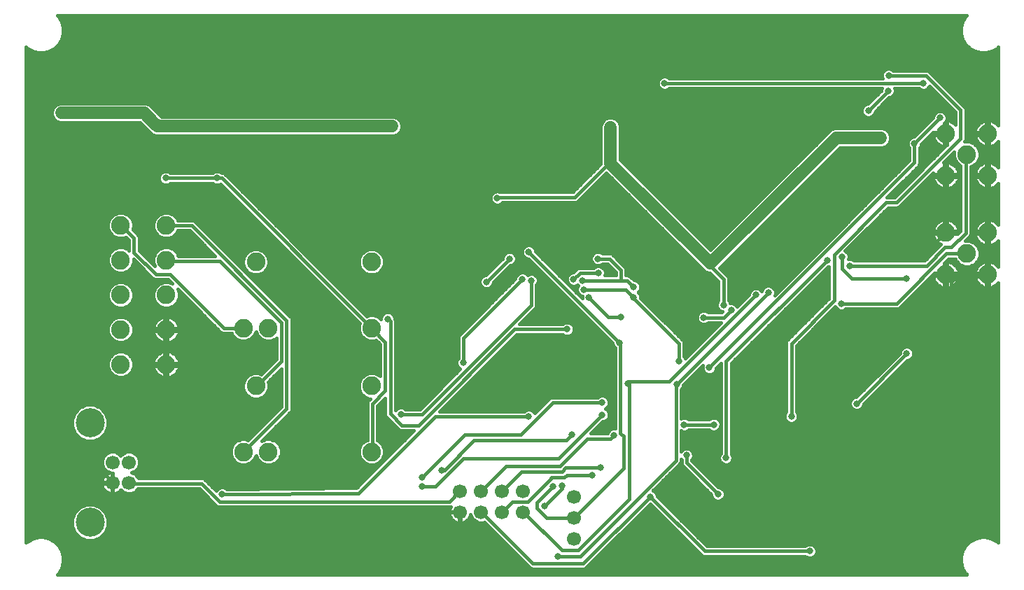
<source format=gbr>
G75*
%MOIN*%
%OFA0B0*%
%FSLAX25Y25*%
%IPPOS*%
%LPD*%
%AMOC8*
5,1,8,0,0,1.08239X$1,22.5*
%
%ADD10C,0.06693*%
%ADD11C,0.13843*%
%ADD12C,0.08858*%
%ADD13C,0.01575*%
%ADD14C,0.05906*%
%ADD15C,0.03175*%
%ADD16C,0.01600*%
D10*
X0052772Y0050028D03*
X0060572Y0050028D03*
X0060572Y0059871D03*
X0052772Y0059871D03*
X0218283Y0046170D03*
X0228283Y0046170D03*
X0238283Y0046170D03*
X0248283Y0046170D03*
X0248283Y0036170D03*
X0238283Y0036170D03*
X0228283Y0036170D03*
X0218283Y0036170D03*
X0272654Y0033296D03*
X0272654Y0023296D03*
X0272654Y0043296D03*
D11*
X0042072Y0031250D03*
X0042072Y0078650D03*
D12*
X0056709Y0106524D03*
X0078362Y0106524D03*
X0078362Y0123060D03*
X0056709Y0123060D03*
X0056709Y0139595D03*
X0078362Y0139595D03*
X0078362Y0156131D03*
X0056709Y0156131D03*
X0056709Y0172666D03*
X0078362Y0172666D03*
X0121079Y0155343D03*
X0126984Y0123847D03*
X0115173Y0123847D03*
X0121079Y0096288D03*
X0126984Y0064792D03*
X0115173Y0064792D03*
X0176197Y0064792D03*
X0176197Y0096288D03*
X0176197Y0123847D03*
X0176197Y0155343D03*
X0449661Y0149280D03*
X0459661Y0159280D03*
X0449661Y0169280D03*
X0469661Y0169280D03*
X0469661Y0149280D03*
X0469661Y0196524D03*
X0459661Y0206524D03*
X0449661Y0196524D03*
X0449661Y0216524D03*
X0469661Y0216524D03*
D13*
X0456650Y0214162D02*
X0426138Y0183650D01*
X0421256Y0183650D01*
X0396453Y0158847D01*
X0396453Y0136879D01*
X0376098Y0116524D01*
X0376098Y0081741D01*
X0407220Y0087843D02*
X0431020Y0111643D01*
X0426138Y0135442D02*
X0399898Y0135442D01*
X0404937Y0147469D02*
X0400213Y0152194D01*
X0400213Y0157706D01*
X0403736Y0153532D02*
X0440567Y0153532D01*
X0449327Y0162292D01*
X0452378Y0162292D01*
X0459091Y0169005D01*
X0459091Y0206229D01*
X0459661Y0206524D01*
X0456650Y0214162D02*
X0456650Y0227587D01*
X0440173Y0244064D01*
X0422476Y0244064D01*
X0422260Y0236839D02*
X0412811Y0227391D01*
X0438953Y0240402D02*
X0315685Y0240402D01*
X0289976Y0202194D02*
X0287614Y0200737D01*
X0272969Y0186091D01*
X0236354Y0186091D01*
X0236039Y0185658D01*
X0210724Y0209280D02*
X0210724Y0237233D01*
X0104799Y0195245D02*
X0176197Y0123847D01*
X0176551Y0123237D01*
X0182654Y0117135D01*
X0182654Y0093946D01*
X0176551Y0087843D01*
X0176551Y0065265D01*
X0176197Y0064792D01*
X0190587Y0077469D02*
X0185094Y0082961D01*
X0185094Y0126898D01*
X0183874Y0128119D01*
X0176551Y0123847D02*
X0176197Y0123847D01*
X0135665Y0127509D02*
X0135665Y0085402D01*
X0115528Y0065265D01*
X0115173Y0064792D01*
X0095094Y0049831D02*
X0103756Y0041170D01*
X0213205Y0041170D01*
X0217929Y0045894D01*
X0218283Y0046170D01*
X0228283Y0046170D02*
X0228559Y0046288D01*
X0240370Y0058099D01*
X0265961Y0058099D01*
X0278953Y0071091D01*
X0286039Y0082509D02*
X0265173Y0061643D01*
X0219898Y0061643D01*
X0206512Y0048257D01*
X0200213Y0048257D01*
X0200213Y0052587D02*
X0220685Y0073060D01*
X0247063Y0073060D01*
X0262417Y0088414D01*
X0286039Y0088414D01*
X0298244Y0097469D02*
X0298598Y0098217D01*
X0299819Y0098217D01*
X0299819Y0098257D01*
X0317929Y0098257D02*
X0359268Y0139595D01*
X0365173Y0140776D02*
X0321472Y0097076D01*
X0321079Y0096682D01*
X0321079Y0060855D01*
X0275409Y0015186D01*
X0264780Y0015186D01*
X0266748Y0017942D02*
X0248638Y0036052D01*
X0248283Y0036170D01*
X0254937Y0038020D02*
X0259661Y0033296D01*
X0272654Y0033296D01*
X0296276Y0056918D01*
X0296276Y0072272D01*
X0294701Y0073847D01*
X0294701Y0116367D01*
X0294307Y0116761D01*
X0251000Y0160068D01*
X0241846Y0156800D02*
X0230862Y0145816D01*
X0247949Y0147036D02*
X0219878Y0118965D01*
X0219878Y0107371D01*
X0244287Y0123237D02*
X0198520Y0077469D01*
X0190587Y0077469D01*
X0190232Y0082706D02*
X0200094Y0082706D01*
X0252220Y0134831D01*
X0252220Y0146426D01*
X0272358Y0147036D02*
X0275409Y0150087D01*
X0284189Y0150087D01*
X0276630Y0146426D02*
X0294937Y0146426D01*
X0294937Y0151308D01*
X0289445Y0156800D01*
X0283953Y0156800D01*
X0294937Y0146426D02*
X0297988Y0146426D01*
X0301039Y0143375D01*
X0297378Y0142154D02*
X0301039Y0138493D01*
X0301039Y0137883D01*
X0322437Y0116485D01*
X0322437Y0108198D01*
X0337043Y0104930D02*
X0434681Y0202568D01*
X0434681Y0211721D01*
X0446886Y0223926D01*
X0434701Y0170855D02*
X0445055Y0165343D01*
X0445724Y0165343D01*
X0449661Y0169280D01*
X0449937Y0159241D02*
X0459091Y0159241D01*
X0459661Y0159280D01*
X0449937Y0159241D02*
X0426138Y0135442D01*
X0430921Y0147469D02*
X0404937Y0147469D01*
X0393185Y0156190D02*
X0344957Y0107961D01*
X0344957Y0062017D01*
X0341157Y0049438D02*
X0420291Y0049438D01*
X0420291Y0045894D01*
X0420291Y0049438D02*
X0420291Y0053375D01*
X0452181Y0085265D01*
X0452378Y0086013D01*
X0452378Y0145816D01*
X0449661Y0149280D01*
X0449937Y0148257D01*
X0452378Y0145816D01*
X0454819Y0148257D01*
X0469465Y0148257D01*
X0469661Y0149280D01*
X0347417Y0132391D02*
X0343874Y0128847D01*
X0334386Y0128847D01*
X0343756Y0134831D02*
X0343756Y0147036D01*
X0338874Y0151918D01*
X0337614Y0154556D01*
X0297378Y0142154D02*
X0277240Y0142154D01*
X0279681Y0138493D02*
X0288972Y0129202D01*
X0294937Y0129202D01*
X0269307Y0123237D02*
X0244287Y0123237D01*
X0251000Y0081741D02*
X0206453Y0081741D01*
X0169839Y0045127D01*
X0105016Y0044733D01*
X0095094Y0049831D02*
X0060843Y0049831D01*
X0060572Y0050028D01*
X0052772Y0050028D02*
X0052673Y0050619D01*
X0047181Y0056111D01*
X0047181Y0061603D01*
X0078303Y0092725D01*
X0078303Y0106150D01*
X0078362Y0106524D01*
X0105764Y0123847D02*
X0080134Y0149477D01*
X0073421Y0149477D01*
X0063047Y0159851D01*
X0063047Y0166564D01*
X0056945Y0172666D01*
X0056709Y0172666D01*
X0078362Y0172666D02*
X0090508Y0172666D01*
X0135665Y0127509D01*
X0133224Y0126288D02*
X0133224Y0107981D01*
X0121630Y0096387D01*
X0121079Y0096288D01*
X0115173Y0123847D02*
X0105764Y0123847D01*
X0133224Y0126288D02*
X0103933Y0155580D01*
X0078913Y0155580D01*
X0078362Y0156131D01*
X0078146Y0195245D02*
X0102614Y0195245D01*
X0104799Y0195245D01*
X0224917Y0070304D02*
X0210803Y0056190D01*
X0209583Y0056190D01*
X0238283Y0046170D02*
X0247457Y0055343D01*
X0266748Y0055343D01*
X0268717Y0057312D01*
X0285252Y0057312D01*
X0262417Y0048257D02*
X0254937Y0040776D01*
X0254937Y0038020D01*
X0250606Y0041170D02*
X0243126Y0041170D01*
X0238402Y0036446D01*
X0238283Y0036170D01*
X0228559Y0036052D02*
X0228283Y0036170D01*
X0228559Y0036052D02*
X0252969Y0011643D01*
X0275409Y0011643D01*
X0274622Y0017942D02*
X0266748Y0017942D01*
X0274622Y0017942D02*
X0299031Y0042351D01*
X0261236Y0051800D02*
X0250606Y0041170D01*
X0325016Y0077784D02*
X0339189Y0077784D01*
D14*
X0337614Y0154556D02*
X0289976Y0202194D01*
X0289976Y0219517D01*
X0297457Y0237233D02*
X0332102Y0202587D01*
X0332102Y0171879D01*
X0337614Y0154556D02*
X0397457Y0214398D01*
X0418717Y0214398D01*
X0297457Y0237233D02*
X0210724Y0237233D01*
X0026984Y0237233D01*
X0019504Y0229753D01*
X0019504Y0162430D01*
X0036433Y0145107D01*
X0074228Y0219910D02*
X0072654Y0221485D01*
X0067929Y0226209D01*
X0028559Y0226209D01*
X0074228Y0219910D02*
X0186039Y0219910D01*
D15*
X0186039Y0219910D03*
X0210724Y0209280D03*
X0236039Y0185658D03*
X0251000Y0160068D03*
X0241846Y0156800D03*
X0247949Y0147036D03*
X0252220Y0146426D03*
X0272358Y0147036D03*
X0276630Y0146426D03*
X0277240Y0142154D03*
X0279681Y0138493D03*
X0294937Y0129202D03*
X0301039Y0138493D03*
X0301039Y0143375D03*
X0284189Y0150087D03*
X0283953Y0156800D03*
X0332102Y0171879D03*
X0337614Y0154556D03*
X0359268Y0139595D03*
X0365173Y0140776D03*
X0347417Y0132391D03*
X0343756Y0134831D03*
X0334386Y0128847D03*
X0322437Y0108198D03*
X0337043Y0104930D03*
X0321472Y0097076D03*
X0298244Y0097469D03*
X0287614Y0099438D03*
X0286039Y0088414D03*
X0286039Y0082509D03*
X0290764Y0081721D03*
X0291551Y0072666D03*
X0271571Y0072942D03*
X0251000Y0081741D03*
X0219878Y0107371D03*
X0183874Y0128119D03*
X0230862Y0145816D03*
X0269307Y0123237D03*
X0294307Y0116761D03*
X0325016Y0077784D03*
X0339189Y0077784D03*
X0344957Y0062017D03*
X0326197Y0063217D03*
X0341157Y0049438D03*
X0341157Y0044713D03*
X0308874Y0043532D03*
X0285252Y0057312D03*
X0281315Y0053769D03*
X0266748Y0048650D03*
X0262417Y0048257D03*
X0258480Y0039202D03*
X0264780Y0015186D03*
X0200213Y0048257D03*
X0200213Y0052587D03*
X0209583Y0056190D03*
X0190232Y0082706D03*
X0105016Y0044733D03*
X0036433Y0145107D03*
X0078146Y0195245D03*
X0102614Y0195245D03*
X0072654Y0221485D03*
X0028559Y0226209D03*
X0289976Y0219517D03*
X0315685Y0240402D03*
X0412811Y0227391D03*
X0422260Y0236839D03*
X0422476Y0244064D03*
X0438953Y0240402D03*
X0446886Y0223926D03*
X0434681Y0211721D03*
X0418717Y0214398D03*
X0434701Y0170855D03*
X0403736Y0153532D03*
X0400213Y0157706D03*
X0393185Y0156190D03*
X0399898Y0135442D03*
X0430921Y0147469D03*
X0431020Y0111643D03*
X0407220Y0087843D03*
X0376098Y0081741D03*
X0420291Y0045894D03*
X0384858Y0017548D03*
X0452378Y0086013D03*
D16*
X0027233Y0007076D02*
X0026693Y0006537D01*
X0459559Y0006537D01*
X0459019Y0007076D01*
X0457618Y0009503D01*
X0456893Y0012210D01*
X0456893Y0015012D01*
X0457618Y0017719D01*
X0459019Y0020146D01*
X0461001Y0022127D01*
X0463428Y0023528D01*
X0466134Y0024254D01*
X0468937Y0024254D01*
X0471643Y0023528D01*
X0474070Y0022127D01*
X0474609Y0021588D01*
X0474609Y0145493D01*
X0474413Y0145222D01*
X0473719Y0144529D01*
X0472926Y0143953D01*
X0472053Y0143508D01*
X0471120Y0143205D01*
X0470338Y0143081D01*
X0470338Y0148604D01*
X0468985Y0148604D01*
X0463462Y0148604D01*
X0463586Y0147822D01*
X0463889Y0146889D01*
X0464334Y0146016D01*
X0464910Y0145222D01*
X0465603Y0144529D01*
X0466397Y0143953D01*
X0467270Y0143508D01*
X0468203Y0143205D01*
X0468985Y0143081D01*
X0468985Y0148604D01*
X0468985Y0149957D01*
X0468985Y0155480D01*
X0468203Y0155356D01*
X0467270Y0155053D01*
X0466397Y0154608D01*
X0465603Y0154032D01*
X0464910Y0153338D01*
X0464334Y0152545D01*
X0463889Y0151671D01*
X0463586Y0150739D01*
X0463462Y0149957D01*
X0468985Y0149957D01*
X0470338Y0149957D01*
X0470338Y0155480D01*
X0471120Y0155356D01*
X0472053Y0155053D01*
X0472926Y0154608D01*
X0473719Y0154032D01*
X0474413Y0153338D01*
X0474609Y0153068D01*
X0474609Y0165493D01*
X0474413Y0165222D01*
X0473719Y0164529D01*
X0472926Y0163953D01*
X0472053Y0163508D01*
X0471120Y0163205D01*
X0470338Y0163081D01*
X0470338Y0168604D01*
X0468985Y0168604D01*
X0463462Y0168604D01*
X0463586Y0167822D01*
X0463889Y0166889D01*
X0464334Y0166016D01*
X0464910Y0165222D01*
X0465603Y0164529D01*
X0466397Y0163953D01*
X0467270Y0163508D01*
X0468203Y0163205D01*
X0468985Y0163081D01*
X0468985Y0168604D01*
X0468985Y0169957D01*
X0468985Y0175480D01*
X0468203Y0175356D01*
X0467270Y0175053D01*
X0466397Y0174608D01*
X0465603Y0174032D01*
X0464910Y0173338D01*
X0464334Y0172545D01*
X0463889Y0171671D01*
X0463586Y0170739D01*
X0463462Y0169957D01*
X0468985Y0169957D01*
X0470338Y0169957D01*
X0470338Y0175480D01*
X0471120Y0175356D01*
X0472053Y0175053D01*
X0472926Y0174608D01*
X0473719Y0174032D01*
X0474413Y0173338D01*
X0474609Y0173068D01*
X0474609Y0192737D01*
X0474413Y0192466D01*
X0473719Y0191773D01*
X0472926Y0191197D01*
X0472053Y0190752D01*
X0471120Y0190449D01*
X0470338Y0190325D01*
X0470338Y0195848D01*
X0468985Y0195848D01*
X0468985Y0190325D01*
X0468203Y0190449D01*
X0467270Y0190752D01*
X0466397Y0191197D01*
X0465603Y0191773D01*
X0464910Y0192466D01*
X0464334Y0193260D01*
X0463889Y0194133D01*
X0463586Y0195066D01*
X0463462Y0195848D01*
X0468985Y0195848D01*
X0468985Y0197201D01*
X0468985Y0202724D01*
X0468203Y0202600D01*
X0467270Y0202297D01*
X0466397Y0201852D01*
X0465603Y0201276D01*
X0464910Y0200582D01*
X0464334Y0199789D01*
X0463889Y0198916D01*
X0463586Y0197983D01*
X0463462Y0197201D01*
X0468985Y0197201D01*
X0470338Y0197201D01*
X0470338Y0202724D01*
X0471120Y0202600D01*
X0472053Y0202297D01*
X0472926Y0201852D01*
X0473719Y0201276D01*
X0474413Y0200582D01*
X0474609Y0200312D01*
X0474609Y0212737D01*
X0474413Y0212466D01*
X0473719Y0211773D01*
X0472926Y0211197D01*
X0472053Y0210752D01*
X0471120Y0210449D01*
X0470338Y0210325D01*
X0470338Y0215848D01*
X0468985Y0215848D01*
X0468985Y0210325D01*
X0468203Y0210449D01*
X0467270Y0210752D01*
X0466397Y0211197D01*
X0465603Y0211773D01*
X0464910Y0212466D01*
X0464334Y0213260D01*
X0463889Y0214133D01*
X0463586Y0215066D01*
X0463462Y0215848D01*
X0468985Y0215848D01*
X0468985Y0217201D01*
X0468985Y0222724D01*
X0468203Y0222600D01*
X0467270Y0222297D01*
X0466397Y0221852D01*
X0465603Y0221276D01*
X0464910Y0220582D01*
X0464334Y0219789D01*
X0463889Y0218916D01*
X0463586Y0217983D01*
X0463462Y0217201D01*
X0468985Y0217201D01*
X0470338Y0217201D01*
X0470338Y0222724D01*
X0471120Y0222600D01*
X0472053Y0222297D01*
X0472926Y0221852D01*
X0473719Y0221276D01*
X0474413Y0220582D01*
X0474609Y0220312D01*
X0474609Y0257603D01*
X0474070Y0257063D01*
X0471643Y0255662D01*
X0468937Y0254937D01*
X0466134Y0254937D01*
X0463428Y0255662D01*
X0461001Y0257063D01*
X0459019Y0259045D01*
X0457618Y0261472D01*
X0456893Y0264178D01*
X0456893Y0266981D01*
X0457618Y0269687D01*
X0459019Y0272114D01*
X0459559Y0272654D01*
X0026693Y0272654D01*
X0027233Y0272114D01*
X0028634Y0269687D01*
X0029359Y0266981D01*
X0029359Y0264178D01*
X0028634Y0261472D01*
X0027233Y0259045D01*
X0025251Y0257063D01*
X0022824Y0255662D01*
X0020118Y0254937D01*
X0017315Y0254937D01*
X0014609Y0255662D01*
X0012182Y0257063D01*
X0011643Y0257603D01*
X0011643Y0021588D01*
X0012182Y0022127D01*
X0014609Y0023528D01*
X0017315Y0024254D01*
X0020118Y0024254D01*
X0022824Y0023528D01*
X0025251Y0022127D01*
X0027233Y0020146D01*
X0028634Y0017719D01*
X0029359Y0015012D01*
X0029359Y0012210D01*
X0028634Y0009503D01*
X0027233Y0007076D01*
X0026752Y0006596D02*
X0459500Y0006596D01*
X0458374Y0008194D02*
X0027878Y0008194D01*
X0028711Y0009793D02*
X0251349Y0009793D01*
X0251579Y0009563D02*
X0252480Y0009189D01*
X0274888Y0009189D01*
X0274919Y0009176D01*
X0277475Y0009176D01*
X0278381Y0009552D01*
X0308874Y0040045D01*
X0332768Y0016151D01*
X0333461Y0015457D01*
X0334368Y0015082D01*
X0382723Y0015082D01*
X0383015Y0014790D01*
X0384211Y0014294D01*
X0385505Y0014294D01*
X0386701Y0014790D01*
X0387616Y0015705D01*
X0388112Y0016901D01*
X0388112Y0018195D01*
X0387616Y0019391D01*
X0386701Y0020306D01*
X0385505Y0020802D01*
X0384211Y0020802D01*
X0383015Y0020306D01*
X0382723Y0020014D01*
X0335880Y0020014D01*
X0312128Y0043766D01*
X0312128Y0044179D01*
X0311632Y0045375D01*
X0310717Y0046290D01*
X0310199Y0046505D01*
X0322469Y0058775D01*
X0323159Y0059465D01*
X0323532Y0060367D01*
X0323532Y0061281D01*
X0323731Y0061082D01*
X0323731Y0059183D01*
X0324106Y0058277D01*
X0337904Y0044479D01*
X0337904Y0044066D01*
X0338399Y0042870D01*
X0339314Y0041955D01*
X0340510Y0041460D01*
X0341805Y0041460D01*
X0343000Y0041955D01*
X0343916Y0042870D01*
X0344411Y0044066D01*
X0344411Y0045361D01*
X0343916Y0046556D01*
X0343000Y0047472D01*
X0341805Y0047967D01*
X0341392Y0047967D01*
X0328663Y0060696D01*
X0328663Y0061082D01*
X0328955Y0061374D01*
X0329450Y0062570D01*
X0329450Y0063864D01*
X0328955Y0065060D01*
X0328040Y0065976D01*
X0326844Y0066471D01*
X0325550Y0066471D01*
X0324354Y0065976D01*
X0323532Y0065154D01*
X0323532Y0074877D01*
X0324369Y0074531D01*
X0325663Y0074531D01*
X0326859Y0075026D01*
X0327163Y0075331D01*
X0337041Y0075331D01*
X0337346Y0075026D01*
X0338542Y0074531D01*
X0339836Y0074531D01*
X0341032Y0075026D01*
X0341947Y0075941D01*
X0342443Y0077137D01*
X0342443Y0078431D01*
X0341947Y0079627D01*
X0341032Y0080542D01*
X0339836Y0081038D01*
X0338542Y0081038D01*
X0337346Y0080542D01*
X0337041Y0080238D01*
X0327163Y0080238D01*
X0326859Y0080542D01*
X0325663Y0081038D01*
X0324369Y0081038D01*
X0323532Y0080691D01*
X0323532Y0094534D01*
X0324231Y0095233D01*
X0324726Y0096428D01*
X0324726Y0096859D01*
X0334034Y0106168D01*
X0333790Y0105577D01*
X0333790Y0104283D01*
X0334285Y0103087D01*
X0335200Y0102172D01*
X0336396Y0101676D01*
X0337690Y0101676D01*
X0338886Y0102172D01*
X0339802Y0103087D01*
X0340297Y0104283D01*
X0340297Y0104714D01*
X0342503Y0106920D01*
X0342503Y0064164D01*
X0342198Y0063860D01*
X0341703Y0062664D01*
X0341703Y0061369D01*
X0342198Y0060174D01*
X0343114Y0059258D01*
X0344310Y0058763D01*
X0345604Y0058763D01*
X0346800Y0059258D01*
X0347715Y0060174D01*
X0348210Y0061369D01*
X0348210Y0062664D01*
X0347715Y0063860D01*
X0347410Y0064164D01*
X0347410Y0106945D01*
X0393401Y0152936D01*
X0393832Y0152936D01*
X0393999Y0153005D01*
X0393999Y0137895D01*
X0374709Y0118604D01*
X0374018Y0117914D01*
X0373645Y0117012D01*
X0373645Y0083889D01*
X0373340Y0083584D01*
X0372845Y0082388D01*
X0372845Y0081094D01*
X0373340Y0079898D01*
X0374255Y0078983D01*
X0375451Y0078487D01*
X0376746Y0078487D01*
X0377941Y0078983D01*
X0378857Y0079898D01*
X0379352Y0081094D01*
X0379352Y0082388D01*
X0378857Y0083584D01*
X0378552Y0083889D01*
X0378552Y0115508D01*
X0396994Y0133950D01*
X0397139Y0133599D01*
X0398055Y0132684D01*
X0399250Y0132188D01*
X0400545Y0132188D01*
X0401741Y0132684D01*
X0402045Y0132988D01*
X0426626Y0132988D01*
X0427528Y0133362D01*
X0444123Y0149957D01*
X0448985Y0149957D01*
X0448985Y0154819D01*
X0450953Y0156787D01*
X0454097Y0156787D01*
X0454494Y0155828D01*
X0456209Y0154113D01*
X0458449Y0153185D01*
X0460874Y0153185D01*
X0463114Y0154113D01*
X0464829Y0155828D01*
X0465757Y0158068D01*
X0465757Y0160493D01*
X0464829Y0162733D01*
X0463114Y0164448D01*
X0460874Y0165376D01*
X0458931Y0165376D01*
X0460480Y0166925D01*
X0461171Y0167615D01*
X0461544Y0168517D01*
X0461544Y0200707D01*
X0463114Y0201357D01*
X0464829Y0203072D01*
X0465757Y0205312D01*
X0465757Y0207737D01*
X0464829Y0209977D01*
X0463114Y0211692D01*
X0460874Y0212620D01*
X0458577Y0212620D01*
X0458730Y0212772D01*
X0459103Y0213674D01*
X0459103Y0228075D01*
X0458730Y0228977D01*
X0458039Y0229667D01*
X0441563Y0246144D01*
X0440661Y0246517D01*
X0424624Y0246517D01*
X0424319Y0246822D01*
X0423124Y0247317D01*
X0421829Y0247317D01*
X0420633Y0246822D01*
X0419718Y0245907D01*
X0419223Y0244711D01*
X0419223Y0243417D01*
X0419455Y0242856D01*
X0317833Y0242856D01*
X0317528Y0243161D01*
X0316332Y0243656D01*
X0315038Y0243656D01*
X0313842Y0243161D01*
X0312927Y0242245D01*
X0312431Y0241050D01*
X0312431Y0239755D01*
X0312927Y0238559D01*
X0313842Y0237644D01*
X0315038Y0237149D01*
X0316332Y0237149D01*
X0317528Y0237644D01*
X0317833Y0237949D01*
X0419198Y0237949D01*
X0419006Y0237487D01*
X0419006Y0237056D01*
X0412595Y0230644D01*
X0412164Y0230644D01*
X0410968Y0230149D01*
X0410053Y0229234D01*
X0409557Y0228038D01*
X0409557Y0226743D01*
X0410053Y0225548D01*
X0410968Y0224632D01*
X0412164Y0224137D01*
X0413458Y0224137D01*
X0414654Y0224632D01*
X0415569Y0225548D01*
X0416065Y0226743D01*
X0416065Y0227174D01*
X0422476Y0233586D01*
X0422907Y0233586D01*
X0424103Y0234081D01*
X0425018Y0234996D01*
X0425513Y0236192D01*
X0425513Y0237487D01*
X0425322Y0237949D01*
X0436805Y0237949D01*
X0437110Y0237644D01*
X0438306Y0237149D01*
X0439600Y0237149D01*
X0440796Y0237644D01*
X0441711Y0238559D01*
X0441856Y0238911D01*
X0454196Y0226571D01*
X0454196Y0220799D01*
X0453719Y0221276D01*
X0452926Y0221852D01*
X0452053Y0222297D01*
X0451120Y0222600D01*
X0450338Y0222724D01*
X0450338Y0217201D01*
X0448985Y0217201D01*
X0448985Y0221424D01*
X0449644Y0222083D01*
X0450139Y0223279D01*
X0450139Y0224573D01*
X0449644Y0225769D01*
X0448729Y0226684D01*
X0447533Y0227180D01*
X0446239Y0227180D01*
X0445043Y0226684D01*
X0444128Y0225769D01*
X0443632Y0224573D01*
X0443632Y0224142D01*
X0434465Y0214975D01*
X0434034Y0214975D01*
X0432838Y0214479D01*
X0431923Y0213564D01*
X0431428Y0212368D01*
X0431428Y0211074D01*
X0431923Y0209878D01*
X0432228Y0209574D01*
X0432228Y0203584D01*
X0368182Y0139539D01*
X0368427Y0140129D01*
X0368427Y0141424D01*
X0367931Y0142619D01*
X0367016Y0143535D01*
X0365820Y0144030D01*
X0364526Y0144030D01*
X0363330Y0143535D01*
X0362415Y0142619D01*
X0361955Y0141509D01*
X0361111Y0142353D01*
X0359915Y0142849D01*
X0358621Y0142849D01*
X0357425Y0142353D01*
X0356509Y0141438D01*
X0356014Y0140242D01*
X0356014Y0139812D01*
X0350252Y0134049D01*
X0350176Y0134234D01*
X0349260Y0135149D01*
X0348064Y0135644D01*
X0346941Y0135644D01*
X0346514Y0136674D01*
X0346209Y0136979D01*
X0346209Y0147524D01*
X0345836Y0148426D01*
X0341926Y0152336D01*
X0399370Y0209780D01*
X0419635Y0209780D01*
X0421333Y0210483D01*
X0422632Y0211782D01*
X0423335Y0213480D01*
X0423335Y0215317D01*
X0422632Y0217015D01*
X0421333Y0218314D01*
X0419635Y0219017D01*
X0396538Y0219017D01*
X0394840Y0218314D01*
X0337614Y0161088D01*
X0294595Y0204107D01*
X0294595Y0220435D01*
X0293892Y0222133D01*
X0292593Y0223432D01*
X0290895Y0224135D01*
X0289058Y0224135D01*
X0287360Y0223432D01*
X0286061Y0222133D01*
X0285357Y0220435D01*
X0285357Y0201950D01*
X0271952Y0188545D01*
X0237572Y0188545D01*
X0236687Y0188912D01*
X0235392Y0188912D01*
X0234196Y0188416D01*
X0233281Y0187501D01*
X0232786Y0186305D01*
X0232786Y0185011D01*
X0233281Y0183815D01*
X0234196Y0182900D01*
X0235392Y0182405D01*
X0236687Y0182405D01*
X0237882Y0182900D01*
X0238620Y0183638D01*
X0273457Y0183638D01*
X0274358Y0184011D01*
X0287992Y0197645D01*
X0334998Y0150640D01*
X0336695Y0149937D01*
X0337385Y0149937D01*
X0341302Y0146020D01*
X0341302Y0136979D01*
X0340998Y0136674D01*
X0340502Y0135479D01*
X0340502Y0134184D01*
X0340998Y0132989D01*
X0341913Y0132073D01*
X0343109Y0131578D01*
X0343135Y0131578D01*
X0342858Y0131301D01*
X0336533Y0131301D01*
X0336229Y0131605D01*
X0335033Y0132101D01*
X0333739Y0132101D01*
X0332543Y0131605D01*
X0331628Y0130690D01*
X0331132Y0129494D01*
X0331132Y0128200D01*
X0331628Y0127004D01*
X0332543Y0126089D01*
X0333739Y0125594D01*
X0335033Y0125594D01*
X0336229Y0126089D01*
X0336533Y0126394D01*
X0342596Y0126394D01*
X0325502Y0109300D01*
X0325195Y0110041D01*
X0324891Y0110345D01*
X0324891Y0116973D01*
X0324517Y0117875D01*
X0304293Y0138099D01*
X0304293Y0139140D01*
X0303798Y0140336D01*
X0303200Y0140934D01*
X0303798Y0141532D01*
X0304293Y0142728D01*
X0304293Y0144022D01*
X0303798Y0145218D01*
X0302882Y0146133D01*
X0301687Y0146628D01*
X0301256Y0146628D01*
X0299378Y0148506D01*
X0298476Y0148880D01*
X0297391Y0148880D01*
X0297391Y0151796D01*
X0297017Y0152698D01*
X0296327Y0153388D01*
X0290835Y0158880D01*
X0289933Y0159254D01*
X0286100Y0159254D01*
X0285796Y0159558D01*
X0284600Y0160054D01*
X0283306Y0160054D01*
X0282110Y0159558D01*
X0281195Y0158643D01*
X0280699Y0157447D01*
X0280699Y0156153D01*
X0281195Y0154957D01*
X0282110Y0154042D01*
X0283306Y0153546D01*
X0284600Y0153546D01*
X0285796Y0154042D01*
X0286100Y0154346D01*
X0288429Y0154346D01*
X0292483Y0150292D01*
X0292483Y0148880D01*
X0287210Y0148880D01*
X0287443Y0149440D01*
X0287443Y0150735D01*
X0286947Y0151930D01*
X0286032Y0152846D01*
X0284836Y0153341D01*
X0283542Y0153341D01*
X0282346Y0152846D01*
X0282041Y0152541D01*
X0274921Y0152541D01*
X0274020Y0152167D01*
X0273329Y0151477D01*
X0272142Y0150290D01*
X0271711Y0150290D01*
X0270515Y0149794D01*
X0269600Y0148879D01*
X0269105Y0147683D01*
X0269105Y0146389D01*
X0269600Y0145193D01*
X0270515Y0144278D01*
X0271711Y0143783D01*
X0273005Y0143783D01*
X0274184Y0144271D01*
X0274475Y0143980D01*
X0273987Y0142802D01*
X0273987Y0141507D01*
X0274482Y0140311D01*
X0275397Y0139396D01*
X0276428Y0138969D01*
X0276428Y0138110D01*
X0254254Y0160284D01*
X0254254Y0160715D01*
X0253758Y0161911D01*
X0252843Y0162826D01*
X0251647Y0163321D01*
X0250353Y0163321D01*
X0249157Y0162826D01*
X0248242Y0161911D01*
X0247746Y0160715D01*
X0247746Y0159421D01*
X0248242Y0158225D01*
X0249157Y0157309D01*
X0250353Y0156814D01*
X0250784Y0156814D01*
X0291054Y0116544D01*
X0291054Y0116113D01*
X0291549Y0114918D01*
X0292247Y0114219D01*
X0292247Y0075899D01*
X0292198Y0075920D01*
X0290904Y0075920D01*
X0289708Y0075424D01*
X0288793Y0074509D01*
X0288399Y0073557D01*
X0280558Y0073557D01*
X0286256Y0079255D01*
X0286687Y0079255D01*
X0287882Y0079750D01*
X0288798Y0080666D01*
X0289293Y0081861D01*
X0289293Y0083156D01*
X0288798Y0084352D01*
X0287882Y0085267D01*
X0287413Y0085461D01*
X0287882Y0085656D01*
X0288798Y0086571D01*
X0289293Y0087767D01*
X0289293Y0089061D01*
X0288798Y0090257D01*
X0287882Y0091172D01*
X0286687Y0091668D01*
X0285392Y0091668D01*
X0284196Y0091172D01*
X0283892Y0090868D01*
X0261929Y0090868D01*
X0261027Y0090494D01*
X0253863Y0083330D01*
X0253758Y0083584D01*
X0252843Y0084499D01*
X0251647Y0084994D01*
X0250353Y0084994D01*
X0249157Y0084499D01*
X0248852Y0084194D01*
X0208715Y0084194D01*
X0245304Y0120783D01*
X0267159Y0120783D01*
X0267464Y0120479D01*
X0268660Y0119983D01*
X0269954Y0119983D01*
X0271150Y0120479D01*
X0272065Y0121394D01*
X0272561Y0122590D01*
X0272561Y0123884D01*
X0272065Y0125080D01*
X0271150Y0125995D01*
X0269954Y0126491D01*
X0268660Y0126491D01*
X0267464Y0125995D01*
X0267159Y0125691D01*
X0246549Y0125691D01*
X0254300Y0133442D01*
X0254674Y0134343D01*
X0254674Y0144278D01*
X0254979Y0144583D01*
X0255474Y0145779D01*
X0255474Y0147073D01*
X0254979Y0148269D01*
X0254063Y0149184D01*
X0252868Y0149680D01*
X0251573Y0149680D01*
X0250395Y0149191D01*
X0249792Y0149794D01*
X0248596Y0150290D01*
X0247302Y0150290D01*
X0246106Y0149794D01*
X0245191Y0148879D01*
X0244695Y0147683D01*
X0244695Y0147252D01*
X0217798Y0120355D01*
X0217424Y0119453D01*
X0217424Y0109519D01*
X0217120Y0109214D01*
X0216624Y0108018D01*
X0216624Y0106724D01*
X0217120Y0105528D01*
X0218035Y0104613D01*
X0218386Y0104467D01*
X0199078Y0085159D01*
X0192380Y0085159D01*
X0192075Y0085464D01*
X0190879Y0085959D01*
X0189585Y0085959D01*
X0188389Y0085464D01*
X0187548Y0084622D01*
X0187548Y0127386D01*
X0187174Y0128288D01*
X0187128Y0128335D01*
X0187128Y0128766D01*
X0186632Y0129962D01*
X0185717Y0130877D01*
X0184521Y0131372D01*
X0183227Y0131372D01*
X0182031Y0130877D01*
X0181116Y0129962D01*
X0180620Y0128766D01*
X0180620Y0128044D01*
X0179650Y0129015D01*
X0177409Y0129943D01*
X0174984Y0129943D01*
X0173985Y0129529D01*
X0106189Y0197325D01*
X0105287Y0197698D01*
X0104762Y0197698D01*
X0104457Y0198003D01*
X0103261Y0198498D01*
X0101967Y0198498D01*
X0100771Y0198003D01*
X0100467Y0197698D01*
X0080293Y0197698D01*
X0079989Y0198003D01*
X0078793Y0198498D01*
X0077498Y0198498D01*
X0076303Y0198003D01*
X0075387Y0197088D01*
X0074892Y0195892D01*
X0074892Y0194598D01*
X0075387Y0193402D01*
X0076303Y0192487D01*
X0077498Y0191991D01*
X0078793Y0191991D01*
X0079989Y0192487D01*
X0080293Y0192791D01*
X0100467Y0192791D01*
X0100771Y0192487D01*
X0101967Y0191991D01*
X0103261Y0191991D01*
X0104196Y0192378D01*
X0170515Y0126059D01*
X0170102Y0125060D01*
X0170102Y0122635D01*
X0171030Y0120395D01*
X0172744Y0118680D01*
X0174984Y0117752D01*
X0177409Y0117752D01*
X0178227Y0118091D01*
X0180200Y0116118D01*
X0180200Y0100905D01*
X0179650Y0101455D01*
X0177409Y0102383D01*
X0174984Y0102383D01*
X0172744Y0101455D01*
X0171030Y0099741D01*
X0170102Y0097501D01*
X0170102Y0095076D01*
X0171030Y0092835D01*
X0172744Y0091121D01*
X0174984Y0090193D01*
X0175431Y0090193D01*
X0174471Y0089233D01*
X0174098Y0088331D01*
X0174098Y0070520D01*
X0172744Y0069959D01*
X0171030Y0068245D01*
X0170102Y0066005D01*
X0170102Y0063580D01*
X0171030Y0061339D01*
X0172744Y0059625D01*
X0174984Y0058697D01*
X0177409Y0058697D01*
X0179650Y0059625D01*
X0181364Y0061339D01*
X0182292Y0063580D01*
X0182292Y0066005D01*
X0181364Y0068245D01*
X0179650Y0069959D01*
X0179005Y0070227D01*
X0179005Y0086827D01*
X0182641Y0090463D01*
X0182641Y0082473D01*
X0183014Y0081572D01*
X0183705Y0080881D01*
X0188507Y0076079D01*
X0189197Y0075389D01*
X0190099Y0075016D01*
X0196258Y0075016D01*
X0168816Y0047574D01*
X0107150Y0047200D01*
X0106859Y0047491D01*
X0105663Y0047987D01*
X0104369Y0047987D01*
X0103173Y0047491D01*
X0102258Y0046576D01*
X0102129Y0046266D01*
X0096484Y0051912D01*
X0095583Y0052285D01*
X0065062Y0052285D01*
X0064821Y0052868D01*
X0063411Y0054278D01*
X0061789Y0054950D01*
X0063411Y0055621D01*
X0064821Y0057031D01*
X0065584Y0058874D01*
X0065584Y0060868D01*
X0064821Y0062710D01*
X0063411Y0064120D01*
X0061569Y0064883D01*
X0059575Y0064883D01*
X0057732Y0064120D01*
X0056672Y0063060D01*
X0055611Y0064120D01*
X0053769Y0064883D01*
X0051775Y0064883D01*
X0049932Y0064120D01*
X0048522Y0062710D01*
X0047759Y0060868D01*
X0047759Y0058874D01*
X0048522Y0057031D01*
X0049932Y0055621D01*
X0051426Y0055003D01*
X0050796Y0054798D01*
X0050074Y0054430D01*
X0049419Y0053954D01*
X0048846Y0053381D01*
X0048370Y0052726D01*
X0048002Y0052004D01*
X0047752Y0051233D01*
X0047625Y0050433D01*
X0047625Y0050311D01*
X0052489Y0050311D01*
X0052489Y0054858D01*
X0053054Y0054858D01*
X0053054Y0050311D01*
X0052489Y0050311D01*
X0052489Y0049746D01*
X0047625Y0049746D01*
X0047625Y0049623D01*
X0047752Y0048823D01*
X0048002Y0048053D01*
X0048370Y0047331D01*
X0048846Y0046676D01*
X0049419Y0046103D01*
X0050074Y0045627D01*
X0050796Y0045259D01*
X0051567Y0045009D01*
X0052367Y0044882D01*
X0052489Y0044882D01*
X0052489Y0049746D01*
X0053054Y0049746D01*
X0053054Y0044882D01*
X0053177Y0044882D01*
X0053977Y0045009D01*
X0054747Y0045259D01*
X0055469Y0045627D01*
X0056124Y0046103D01*
X0056697Y0046676D01*
X0056755Y0046756D01*
X0057732Y0045779D01*
X0059575Y0045016D01*
X0061569Y0045016D01*
X0063411Y0045779D01*
X0064821Y0047189D01*
X0064899Y0047378D01*
X0094078Y0047378D01*
X0101676Y0039780D01*
X0102366Y0039090D01*
X0103268Y0038717D01*
X0213693Y0038717D01*
X0213835Y0038775D01*
X0213514Y0038146D01*
X0213264Y0037375D01*
X0213137Y0036575D01*
X0213137Y0036453D01*
X0218001Y0036453D01*
X0218001Y0035887D01*
X0218566Y0035887D01*
X0218566Y0031024D01*
X0218688Y0031024D01*
X0219489Y0031150D01*
X0220259Y0031401D01*
X0220981Y0031768D01*
X0221636Y0032245D01*
X0222209Y0032817D01*
X0222685Y0033473D01*
X0223053Y0034195D01*
X0223303Y0034965D01*
X0223318Y0035059D01*
X0224034Y0033331D01*
X0225444Y0031921D01*
X0227286Y0031157D01*
X0229281Y0031157D01*
X0229778Y0031363D01*
X0251579Y0009563D01*
X0249750Y0011391D02*
X0029140Y0011391D01*
X0029359Y0012990D02*
X0248152Y0012990D01*
X0246553Y0014588D02*
X0029359Y0014588D01*
X0029044Y0016187D02*
X0244955Y0016187D01*
X0243356Y0017785D02*
X0028596Y0017785D01*
X0027673Y0019384D02*
X0241758Y0019384D01*
X0240159Y0020982D02*
X0026396Y0020982D01*
X0024466Y0022581D02*
X0238561Y0022581D01*
X0236962Y0024179D02*
X0047146Y0024179D01*
X0046936Y0023970D02*
X0049352Y0026385D01*
X0050659Y0029541D01*
X0050659Y0032958D01*
X0049352Y0036114D01*
X0046936Y0038530D01*
X0043780Y0039837D01*
X0040364Y0039837D01*
X0037207Y0038530D01*
X0034792Y0036114D01*
X0033484Y0032958D01*
X0033484Y0029541D01*
X0034792Y0026385D01*
X0037207Y0023970D01*
X0040364Y0022662D01*
X0043780Y0022662D01*
X0046936Y0023970D01*
X0048744Y0025778D02*
X0235364Y0025778D01*
X0233765Y0027376D02*
X0049762Y0027376D01*
X0050424Y0028975D02*
X0232166Y0028975D01*
X0230568Y0030573D02*
X0050659Y0030573D01*
X0050659Y0032172D02*
X0215031Y0032172D01*
X0214931Y0032245D02*
X0215586Y0031768D01*
X0216308Y0031401D01*
X0217078Y0031150D01*
X0217878Y0031024D01*
X0218001Y0031024D01*
X0218001Y0035887D01*
X0213137Y0035887D01*
X0213137Y0035765D01*
X0213264Y0034965D01*
X0213514Y0034195D01*
X0213882Y0033473D01*
X0214358Y0032817D01*
X0214931Y0032245D01*
X0213730Y0033770D02*
X0050323Y0033770D01*
X0049660Y0035369D02*
X0213200Y0035369D01*
X0213199Y0036967D02*
X0048498Y0036967D01*
X0046849Y0038566D02*
X0213728Y0038566D01*
X0218001Y0035369D02*
X0218566Y0035369D01*
X0218566Y0033770D02*
X0218001Y0033770D01*
X0218001Y0032172D02*
X0218566Y0032172D01*
X0221536Y0032172D02*
X0225193Y0032172D01*
X0223852Y0033770D02*
X0222837Y0033770D01*
X0258480Y0039202D02*
X0266748Y0047469D01*
X0266748Y0048650D01*
X0267929Y0052587D02*
X0262024Y0052587D01*
X0261236Y0051800D01*
X0267929Y0052587D02*
X0269110Y0053769D01*
X0281315Y0053769D01*
X0299031Y0042351D02*
X0299031Y0096682D01*
X0298244Y0097469D01*
X0299425Y0098257D02*
X0299819Y0098257D01*
X0317929Y0098257D01*
X0324595Y0096112D02*
X0342503Y0096112D01*
X0342503Y0094514D02*
X0323532Y0094514D01*
X0323532Y0092915D02*
X0342503Y0092915D01*
X0342503Y0091317D02*
X0323532Y0091317D01*
X0323532Y0089718D02*
X0342503Y0089718D01*
X0342503Y0088120D02*
X0323532Y0088120D01*
X0323532Y0086521D02*
X0342503Y0086521D01*
X0342503Y0084923D02*
X0323532Y0084923D01*
X0323532Y0083324D02*
X0342503Y0083324D01*
X0342503Y0081726D02*
X0323532Y0081726D01*
X0323532Y0073733D02*
X0342503Y0073733D01*
X0342503Y0072134D02*
X0323532Y0072134D01*
X0323532Y0070536D02*
X0342503Y0070536D01*
X0342503Y0068937D02*
X0323532Y0068937D01*
X0323532Y0067339D02*
X0342503Y0067339D01*
X0342503Y0065740D02*
X0328275Y0065740D01*
X0329335Y0064142D02*
X0342481Y0064142D01*
X0341703Y0062543D02*
X0329439Y0062543D01*
X0328663Y0060945D02*
X0341879Y0060945D01*
X0343026Y0059346D02*
X0330012Y0059346D01*
X0331611Y0057748D02*
X0474609Y0057748D01*
X0474609Y0059346D02*
X0346888Y0059346D01*
X0348034Y0060945D02*
X0474609Y0060945D01*
X0474609Y0062543D02*
X0348210Y0062543D01*
X0347432Y0064142D02*
X0474609Y0064142D01*
X0474609Y0065740D02*
X0347410Y0065740D01*
X0347410Y0067339D02*
X0474609Y0067339D01*
X0474609Y0068937D02*
X0347410Y0068937D01*
X0347410Y0070536D02*
X0474609Y0070536D01*
X0474609Y0072134D02*
X0347410Y0072134D01*
X0347410Y0073733D02*
X0474609Y0073733D01*
X0474609Y0075332D02*
X0347410Y0075332D01*
X0347410Y0076930D02*
X0474609Y0076930D01*
X0474609Y0078529D02*
X0376845Y0078529D01*
X0375352Y0078529D02*
X0347410Y0078529D01*
X0347410Y0080127D02*
X0373245Y0080127D01*
X0372845Y0081726D02*
X0347410Y0081726D01*
X0347410Y0083324D02*
X0373233Y0083324D01*
X0373645Y0084923D02*
X0347410Y0084923D01*
X0347410Y0086521D02*
X0373645Y0086521D01*
X0373645Y0088120D02*
X0347410Y0088120D01*
X0347410Y0089718D02*
X0373645Y0089718D01*
X0373645Y0091317D02*
X0347410Y0091317D01*
X0347410Y0092915D02*
X0373645Y0092915D01*
X0373645Y0094514D02*
X0347410Y0094514D01*
X0347410Y0096112D02*
X0373645Y0096112D01*
X0373645Y0097711D02*
X0347410Y0097711D01*
X0347410Y0099309D02*
X0373645Y0099309D01*
X0373645Y0100908D02*
X0347410Y0100908D01*
X0347410Y0102506D02*
X0373645Y0102506D01*
X0373645Y0104105D02*
X0347410Y0104105D01*
X0347410Y0105703D02*
X0373645Y0105703D01*
X0373645Y0107302D02*
X0347767Y0107302D01*
X0349365Y0108900D02*
X0373645Y0108900D01*
X0373645Y0110499D02*
X0350964Y0110499D01*
X0352562Y0112097D02*
X0373645Y0112097D01*
X0373645Y0113696D02*
X0354161Y0113696D01*
X0355759Y0115294D02*
X0373645Y0115294D01*
X0373645Y0116893D02*
X0357358Y0116893D01*
X0358956Y0118491D02*
X0374596Y0118491D01*
X0376194Y0120090D02*
X0360555Y0120090D01*
X0362153Y0121688D02*
X0377793Y0121688D01*
X0379391Y0123287D02*
X0363752Y0123287D01*
X0365350Y0124885D02*
X0380990Y0124885D01*
X0382588Y0126484D02*
X0366949Y0126484D01*
X0368548Y0128082D02*
X0384187Y0128082D01*
X0385785Y0129681D02*
X0370146Y0129681D01*
X0371745Y0131279D02*
X0387384Y0131279D01*
X0388982Y0132878D02*
X0373343Y0132878D01*
X0374942Y0134476D02*
X0390581Y0134476D01*
X0392179Y0136075D02*
X0376540Y0136075D01*
X0378139Y0137673D02*
X0393778Y0137673D01*
X0393999Y0139272D02*
X0379737Y0139272D01*
X0381336Y0140870D02*
X0393999Y0140870D01*
X0393999Y0142469D02*
X0382934Y0142469D01*
X0384533Y0144068D02*
X0393999Y0144068D01*
X0393999Y0145666D02*
X0386131Y0145666D01*
X0387730Y0147265D02*
X0393999Y0147265D01*
X0393999Y0148863D02*
X0389328Y0148863D01*
X0390927Y0150462D02*
X0393999Y0150462D01*
X0393999Y0152060D02*
X0392525Y0152060D01*
X0383901Y0155257D02*
X0344847Y0155257D01*
X0343249Y0153659D02*
X0382302Y0153659D01*
X0380704Y0152060D02*
X0342202Y0152060D01*
X0343800Y0150462D02*
X0379105Y0150462D01*
X0377507Y0148863D02*
X0345399Y0148863D01*
X0346209Y0147265D02*
X0375908Y0147265D01*
X0374310Y0145666D02*
X0346209Y0145666D01*
X0346209Y0144068D02*
X0372711Y0144068D01*
X0371113Y0142469D02*
X0367994Y0142469D01*
X0368427Y0140870D02*
X0369514Y0140870D01*
X0362353Y0142469D02*
X0360832Y0142469D01*
X0357704Y0142469D02*
X0346209Y0142469D01*
X0346209Y0140870D02*
X0356274Y0140870D01*
X0355475Y0139272D02*
X0346209Y0139272D01*
X0346209Y0137673D02*
X0353876Y0137673D01*
X0352278Y0136075D02*
X0346762Y0136075D01*
X0349933Y0134476D02*
X0350679Y0134476D01*
X0341108Y0132878D02*
X0309514Y0132878D01*
X0307915Y0134476D02*
X0340502Y0134476D01*
X0340749Y0136075D02*
X0306317Y0136075D01*
X0304718Y0137673D02*
X0341302Y0137673D01*
X0341302Y0139272D02*
X0304238Y0139272D01*
X0303263Y0140870D02*
X0341302Y0140870D01*
X0341302Y0142469D02*
X0304186Y0142469D01*
X0304274Y0144068D02*
X0341302Y0144068D01*
X0341302Y0145666D02*
X0303349Y0145666D01*
X0300619Y0147265D02*
X0340058Y0147265D01*
X0338459Y0148863D02*
X0298516Y0148863D01*
X0297391Y0150462D02*
X0335429Y0150462D01*
X0333578Y0152060D02*
X0297281Y0152060D01*
X0296056Y0153659D02*
X0331979Y0153659D01*
X0330381Y0155257D02*
X0294458Y0155257D01*
X0292859Y0156856D02*
X0328782Y0156856D01*
X0327184Y0158454D02*
X0291261Y0158454D01*
X0289116Y0153659D02*
X0284871Y0153659D01*
X0283035Y0153659D02*
X0260879Y0153659D01*
X0259280Y0155257D02*
X0281070Y0155257D01*
X0280699Y0156856D02*
X0257682Y0156856D01*
X0256083Y0158454D02*
X0281116Y0158454D01*
X0283303Y0160053D02*
X0254485Y0160053D01*
X0253866Y0161651D02*
X0323987Y0161651D01*
X0325585Y0160053D02*
X0284602Y0160053D01*
X0286817Y0152060D02*
X0290715Y0152060D01*
X0292313Y0150462D02*
X0287443Y0150462D01*
X0273912Y0152060D02*
X0262477Y0152060D01*
X0264076Y0150462D02*
X0272314Y0150462D01*
X0269593Y0148863D02*
X0265674Y0148863D01*
X0267273Y0147265D02*
X0269105Y0147265D01*
X0268872Y0145666D02*
X0269404Y0145666D01*
X0270470Y0144068D02*
X0271023Y0144068D01*
X0272069Y0142469D02*
X0273987Y0142469D01*
X0274250Y0140870D02*
X0273667Y0140870D01*
X0275266Y0139272D02*
X0275697Y0139272D01*
X0271523Y0136075D02*
X0254674Y0136075D01*
X0254674Y0137673D02*
X0269924Y0137673D01*
X0268326Y0139272D02*
X0254674Y0139272D01*
X0254674Y0140870D02*
X0266727Y0140870D01*
X0265129Y0142469D02*
X0254674Y0142469D01*
X0254674Y0144068D02*
X0263530Y0144068D01*
X0261932Y0145666D02*
X0255427Y0145666D01*
X0255395Y0147265D02*
X0260333Y0147265D01*
X0258735Y0148863D02*
X0254385Y0148863D01*
X0257136Y0150462D02*
X0238978Y0150462D01*
X0240576Y0152060D02*
X0255538Y0152060D01*
X0253939Y0153659D02*
X0242764Y0153659D01*
X0242494Y0153546D02*
X0243689Y0154042D01*
X0244605Y0154957D01*
X0245100Y0156153D01*
X0245100Y0157447D01*
X0244605Y0158643D01*
X0243689Y0159558D01*
X0242494Y0160054D01*
X0241199Y0160054D01*
X0240003Y0159558D01*
X0239088Y0158643D01*
X0238593Y0157447D01*
X0238593Y0157016D01*
X0230646Y0149069D01*
X0230215Y0149069D01*
X0229019Y0148574D01*
X0228104Y0147659D01*
X0227609Y0146463D01*
X0227609Y0145169D01*
X0228104Y0143973D01*
X0229019Y0143058D01*
X0230215Y0142562D01*
X0231509Y0142562D01*
X0232705Y0143058D01*
X0233620Y0143973D01*
X0234116Y0145169D01*
X0234116Y0145599D01*
X0242063Y0153546D01*
X0242494Y0153546D01*
X0244729Y0155257D02*
X0252341Y0155257D01*
X0250253Y0156856D02*
X0245100Y0156856D01*
X0244683Y0158454D02*
X0248147Y0158454D01*
X0247746Y0160053D02*
X0242496Y0160053D01*
X0241197Y0160053D02*
X0180108Y0160053D01*
X0179650Y0160511D02*
X0177409Y0161439D01*
X0174984Y0161439D01*
X0172744Y0160511D01*
X0171030Y0158796D01*
X0170102Y0156556D01*
X0170102Y0154131D01*
X0171030Y0151891D01*
X0172744Y0150176D01*
X0174984Y0149248D01*
X0177409Y0149248D01*
X0179650Y0150176D01*
X0181364Y0151891D01*
X0182292Y0154131D01*
X0182292Y0156556D01*
X0181364Y0158796D01*
X0179650Y0160511D01*
X0181506Y0158454D02*
X0239010Y0158454D01*
X0238432Y0156856D02*
X0182168Y0156856D01*
X0182292Y0155257D02*
X0236834Y0155257D01*
X0235235Y0153659D02*
X0182096Y0153659D01*
X0181434Y0152060D02*
X0233637Y0152060D01*
X0232038Y0150462D02*
X0179935Y0150462D01*
X0172459Y0150462D02*
X0153052Y0150462D01*
X0151454Y0152060D02*
X0170959Y0152060D01*
X0170297Y0153659D02*
X0149855Y0153659D01*
X0148257Y0155257D02*
X0170102Y0155257D01*
X0170226Y0156856D02*
X0146658Y0156856D01*
X0145060Y0158454D02*
X0170888Y0158454D01*
X0172286Y0160053D02*
X0143461Y0160053D01*
X0141863Y0161651D02*
X0248134Y0161651D01*
X0250180Y0163250D02*
X0140264Y0163250D01*
X0138666Y0164848D02*
X0320790Y0164848D01*
X0322388Y0163250D02*
X0251820Y0163250D01*
X0245184Y0148863D02*
X0237379Y0148863D01*
X0235781Y0147265D02*
X0244695Y0147265D01*
X0243109Y0145666D02*
X0234182Y0145666D01*
X0233660Y0144068D02*
X0241510Y0144068D01*
X0239912Y0142469D02*
X0161045Y0142469D01*
X0162643Y0140870D02*
X0238313Y0140870D01*
X0236715Y0139272D02*
X0164242Y0139272D01*
X0165840Y0137673D02*
X0235116Y0137673D01*
X0233518Y0136075D02*
X0167439Y0136075D01*
X0169037Y0134476D02*
X0231919Y0134476D01*
X0230321Y0132878D02*
X0170636Y0132878D01*
X0172234Y0131279D02*
X0183002Y0131279D01*
X0184746Y0131279D02*
X0228722Y0131279D01*
X0227124Y0129681D02*
X0186749Y0129681D01*
X0187260Y0128082D02*
X0225525Y0128082D01*
X0223927Y0126484D02*
X0187548Y0126484D01*
X0187548Y0124885D02*
X0222328Y0124885D01*
X0220730Y0123287D02*
X0187548Y0123287D01*
X0187548Y0121688D02*
X0219131Y0121688D01*
X0217688Y0120090D02*
X0187548Y0120090D01*
X0187548Y0118491D02*
X0217424Y0118491D01*
X0217424Y0116893D02*
X0187548Y0116893D01*
X0187548Y0115294D02*
X0217424Y0115294D01*
X0217424Y0113696D02*
X0187548Y0113696D01*
X0187548Y0112097D02*
X0217424Y0112097D01*
X0217424Y0110499D02*
X0187548Y0110499D01*
X0187548Y0108900D02*
X0216990Y0108900D01*
X0216624Y0107302D02*
X0187548Y0107302D01*
X0187548Y0105703D02*
X0217047Y0105703D01*
X0218024Y0104105D02*
X0187548Y0104105D01*
X0187548Y0102506D02*
X0216425Y0102506D01*
X0214827Y0100908D02*
X0187548Y0100908D01*
X0187548Y0099309D02*
X0213228Y0099309D01*
X0211630Y0097711D02*
X0187548Y0097711D01*
X0187548Y0096112D02*
X0210031Y0096112D01*
X0208433Y0094514D02*
X0187548Y0094514D01*
X0187548Y0092915D02*
X0206834Y0092915D01*
X0205236Y0091317D02*
X0187548Y0091317D01*
X0187548Y0089718D02*
X0203637Y0089718D01*
X0202039Y0088120D02*
X0187548Y0088120D01*
X0187548Y0086521D02*
X0200440Y0086521D01*
X0209443Y0084923D02*
X0250179Y0084923D01*
X0251821Y0084923D02*
X0255456Y0084923D01*
X0257054Y0086521D02*
X0211041Y0086521D01*
X0212640Y0088120D02*
X0258653Y0088120D01*
X0260251Y0089718D02*
X0214238Y0089718D01*
X0215837Y0091317D02*
X0284545Y0091317D01*
X0287534Y0091317D02*
X0292247Y0091317D01*
X0292247Y0092915D02*
X0217435Y0092915D01*
X0219034Y0094514D02*
X0292247Y0094514D01*
X0292247Y0096112D02*
X0220632Y0096112D01*
X0222231Y0097711D02*
X0292247Y0097711D01*
X0292247Y0099309D02*
X0223829Y0099309D01*
X0225428Y0100908D02*
X0292247Y0100908D01*
X0292247Y0102506D02*
X0227026Y0102506D01*
X0228625Y0104105D02*
X0292247Y0104105D01*
X0292247Y0105703D02*
X0230223Y0105703D01*
X0231822Y0107302D02*
X0292247Y0107302D01*
X0292247Y0108900D02*
X0233420Y0108900D01*
X0235019Y0110499D02*
X0292247Y0110499D01*
X0292247Y0112097D02*
X0236617Y0112097D01*
X0238216Y0113696D02*
X0292247Y0113696D01*
X0291393Y0115294D02*
X0239815Y0115294D01*
X0241413Y0116893D02*
X0290705Y0116893D01*
X0289107Y0118491D02*
X0243012Y0118491D01*
X0244610Y0120090D02*
X0268403Y0120090D01*
X0270211Y0120090D02*
X0287508Y0120090D01*
X0285910Y0121688D02*
X0272187Y0121688D01*
X0272561Y0123287D02*
X0284311Y0123287D01*
X0282713Y0124885D02*
X0272146Y0124885D01*
X0269970Y0126484D02*
X0281114Y0126484D01*
X0279515Y0128082D02*
X0248941Y0128082D01*
X0247343Y0126484D02*
X0268644Y0126484D01*
X0274720Y0132878D02*
X0253737Y0132878D01*
X0254674Y0134476D02*
X0273121Y0134476D01*
X0276318Y0131279D02*
X0252138Y0131279D01*
X0250540Y0129681D02*
X0277917Y0129681D01*
X0274387Y0144068D02*
X0273693Y0144068D01*
X0311112Y0131279D02*
X0332217Y0131279D01*
X0331210Y0129681D02*
X0312711Y0129681D01*
X0314309Y0128082D02*
X0331181Y0128082D01*
X0332148Y0126484D02*
X0315908Y0126484D01*
X0317506Y0124885D02*
X0341088Y0124885D01*
X0339489Y0123287D02*
X0319105Y0123287D01*
X0320704Y0121688D02*
X0337891Y0121688D01*
X0336292Y0120090D02*
X0322302Y0120090D01*
X0323901Y0118491D02*
X0334694Y0118491D01*
X0333095Y0116893D02*
X0324891Y0116893D01*
X0324891Y0115294D02*
X0331497Y0115294D01*
X0329898Y0113696D02*
X0324891Y0113696D01*
X0324891Y0112097D02*
X0328300Y0112097D01*
X0326701Y0110499D02*
X0324891Y0110499D01*
X0331971Y0104105D02*
X0333863Y0104105D01*
X0333842Y0105703D02*
X0333570Y0105703D01*
X0334866Y0102506D02*
X0330373Y0102506D01*
X0328774Y0100908D02*
X0342503Y0100908D01*
X0342503Y0102506D02*
X0339221Y0102506D01*
X0340223Y0104105D02*
X0342503Y0104105D01*
X0342503Y0105703D02*
X0341286Y0105703D01*
X0342503Y0099309D02*
X0327176Y0099309D01*
X0325577Y0097711D02*
X0342503Y0097711D01*
X0342503Y0080127D02*
X0341447Y0080127D01*
X0342402Y0078529D02*
X0342503Y0078529D01*
X0342503Y0076930D02*
X0342357Y0076930D01*
X0342503Y0075332D02*
X0341337Y0075332D01*
X0324119Y0065740D02*
X0323532Y0065740D01*
X0326197Y0063217D02*
X0326197Y0059674D01*
X0341157Y0044713D01*
X0338196Y0043361D02*
X0312533Y0043361D01*
X0311804Y0044960D02*
X0337423Y0044960D01*
X0335825Y0046558D02*
X0310252Y0046558D01*
X0311850Y0048157D02*
X0334226Y0048157D01*
X0332628Y0049755D02*
X0313449Y0049755D01*
X0315047Y0051354D02*
X0331029Y0051354D01*
X0329431Y0052952D02*
X0316646Y0052952D01*
X0318244Y0054551D02*
X0327832Y0054551D01*
X0326234Y0056149D02*
X0319843Y0056149D01*
X0321441Y0057748D02*
X0324635Y0057748D01*
X0323731Y0059346D02*
X0323040Y0059346D01*
X0322469Y0058775D02*
X0322469Y0058775D01*
X0323532Y0060945D02*
X0323731Y0060945D01*
X0333209Y0056149D02*
X0474609Y0056149D01*
X0474609Y0054551D02*
X0334808Y0054551D01*
X0336406Y0052952D02*
X0474609Y0052952D01*
X0474609Y0051354D02*
X0338005Y0051354D01*
X0339603Y0049755D02*
X0474609Y0049755D01*
X0474609Y0048157D02*
X0341202Y0048157D01*
X0343914Y0046558D02*
X0474609Y0046558D01*
X0474609Y0044960D02*
X0344411Y0044960D01*
X0344119Y0043361D02*
X0474609Y0043361D01*
X0474609Y0041763D02*
X0342536Y0041763D01*
X0339779Y0041763D02*
X0314131Y0041763D01*
X0315730Y0040164D02*
X0474609Y0040164D01*
X0474609Y0038566D02*
X0317328Y0038566D01*
X0318927Y0036967D02*
X0474609Y0036967D01*
X0474609Y0035369D02*
X0320525Y0035369D01*
X0322124Y0033770D02*
X0474609Y0033770D01*
X0474609Y0032172D02*
X0323722Y0032172D01*
X0325321Y0030573D02*
X0474609Y0030573D01*
X0474609Y0028975D02*
X0326919Y0028975D01*
X0328518Y0027376D02*
X0474609Y0027376D01*
X0474609Y0025778D02*
X0330116Y0025778D01*
X0331715Y0024179D02*
X0465857Y0024179D01*
X0469214Y0024179D02*
X0474609Y0024179D01*
X0474609Y0022581D02*
X0473285Y0022581D01*
X0461786Y0022581D02*
X0333313Y0022581D01*
X0334912Y0020982D02*
X0459856Y0020982D01*
X0458579Y0019384D02*
X0387620Y0019384D01*
X0388112Y0017785D02*
X0457656Y0017785D01*
X0457208Y0016187D02*
X0387816Y0016187D01*
X0386214Y0014588D02*
X0456893Y0014588D01*
X0456893Y0012990D02*
X0281819Y0012990D01*
X0283417Y0014588D02*
X0383502Y0014588D01*
X0384858Y0017548D02*
X0334858Y0017548D01*
X0308874Y0043532D01*
X0276984Y0011643D01*
X0275409Y0011643D01*
X0278622Y0009793D02*
X0457541Y0009793D01*
X0457112Y0011391D02*
X0280220Y0011391D01*
X0285016Y0016187D02*
X0332732Y0016187D01*
X0331134Y0017785D02*
X0286614Y0017785D01*
X0288213Y0019384D02*
X0329535Y0019384D01*
X0327937Y0020982D02*
X0289812Y0020982D01*
X0291410Y0022581D02*
X0326338Y0022581D01*
X0324739Y0024179D02*
X0293009Y0024179D01*
X0294607Y0025778D02*
X0323141Y0025778D01*
X0321542Y0027376D02*
X0296206Y0027376D01*
X0297804Y0028975D02*
X0319944Y0028975D01*
X0318345Y0030573D02*
X0299403Y0030573D01*
X0301001Y0032172D02*
X0316747Y0032172D01*
X0315148Y0033770D02*
X0302600Y0033770D01*
X0304198Y0035369D02*
X0313550Y0035369D01*
X0311951Y0036967D02*
X0305797Y0036967D01*
X0307395Y0038566D02*
X0310353Y0038566D01*
X0289976Y0071091D02*
X0278953Y0071091D01*
X0280734Y0073733D02*
X0288471Y0073733D01*
X0289615Y0075332D02*
X0282332Y0075332D01*
X0283931Y0076930D02*
X0292247Y0076930D01*
X0292247Y0078529D02*
X0285529Y0078529D01*
X0288259Y0080127D02*
X0292247Y0080127D01*
X0292247Y0081726D02*
X0289237Y0081726D01*
X0290764Y0081721D02*
X0290764Y0096288D01*
X0287614Y0099438D01*
X0289021Y0089718D02*
X0292247Y0089718D01*
X0292247Y0088120D02*
X0289293Y0088120D01*
X0288747Y0086521D02*
X0292247Y0086521D01*
X0292247Y0084923D02*
X0288227Y0084923D01*
X0289223Y0083324D02*
X0292247Y0083324D01*
X0291551Y0072666D02*
X0289976Y0071091D01*
X0271571Y0072942D02*
X0268933Y0070304D01*
X0224917Y0070304D01*
X0194975Y0073733D02*
X0179005Y0073733D01*
X0179005Y0072134D02*
X0193376Y0072134D01*
X0191778Y0070536D02*
X0179005Y0070536D01*
X0180672Y0068937D02*
X0190179Y0068937D01*
X0188581Y0067339D02*
X0181739Y0067339D01*
X0182292Y0065740D02*
X0186982Y0065740D01*
X0185384Y0064142D02*
X0182292Y0064142D01*
X0181863Y0062543D02*
X0183785Y0062543D01*
X0182187Y0060945D02*
X0180970Y0060945D01*
X0180588Y0059346D02*
X0178977Y0059346D01*
X0178990Y0057748D02*
X0065118Y0057748D01*
X0065584Y0059346D02*
X0112393Y0059346D01*
X0111721Y0059625D02*
X0113961Y0058697D01*
X0116386Y0058697D01*
X0118626Y0059625D01*
X0120341Y0061339D01*
X0121079Y0063122D01*
X0121817Y0061339D01*
X0123532Y0059625D01*
X0125772Y0058697D01*
X0128197Y0058697D01*
X0130437Y0059625D01*
X0132152Y0061339D01*
X0133080Y0063580D01*
X0133080Y0066005D01*
X0132152Y0068245D01*
X0130437Y0069959D01*
X0128197Y0070887D01*
X0125772Y0070887D01*
X0123806Y0070073D01*
X0137745Y0084013D01*
X0138119Y0084914D01*
X0138119Y0127997D01*
X0137745Y0128898D01*
X0137055Y0129589D01*
X0091898Y0174746D01*
X0090996Y0175120D01*
X0083943Y0175120D01*
X0083530Y0176119D01*
X0081815Y0177833D01*
X0079575Y0178761D01*
X0077150Y0178761D01*
X0074909Y0177833D01*
X0073195Y0176119D01*
X0072267Y0173879D01*
X0072267Y0171454D01*
X0073195Y0169213D01*
X0074909Y0167499D01*
X0077150Y0166571D01*
X0079575Y0166571D01*
X0081815Y0167499D01*
X0083530Y0169213D01*
X0083943Y0170213D01*
X0089492Y0170213D01*
X0101671Y0158033D01*
X0084172Y0158033D01*
X0083530Y0159583D01*
X0081815Y0161298D01*
X0079575Y0162226D01*
X0077150Y0162226D01*
X0074909Y0161298D01*
X0073195Y0159583D01*
X0072267Y0157343D01*
X0072267Y0154918D01*
X0072845Y0153524D01*
X0065501Y0160867D01*
X0065501Y0167052D01*
X0065127Y0167954D01*
X0062459Y0170622D01*
X0062804Y0171454D01*
X0062804Y0173879D01*
X0061876Y0176119D01*
X0060161Y0177833D01*
X0057921Y0178761D01*
X0055496Y0178761D01*
X0053256Y0177833D01*
X0051541Y0176119D01*
X0050613Y0173879D01*
X0050613Y0171454D01*
X0051541Y0169213D01*
X0053256Y0167499D01*
X0055496Y0166571D01*
X0057921Y0166571D01*
X0059087Y0167054D01*
X0060594Y0165547D01*
X0060594Y0160866D01*
X0060161Y0161298D01*
X0057921Y0162226D01*
X0055496Y0162226D01*
X0053256Y0161298D01*
X0051541Y0159583D01*
X0050613Y0157343D01*
X0050613Y0154918D01*
X0051541Y0152678D01*
X0053256Y0150963D01*
X0055496Y0150035D01*
X0057921Y0150035D01*
X0060161Y0150963D01*
X0061876Y0152678D01*
X0062804Y0154918D01*
X0062804Y0156625D01*
X0072031Y0147397D01*
X0072933Y0147024D01*
X0079118Y0147024D01*
X0081070Y0145071D01*
X0079575Y0145691D01*
X0077150Y0145691D01*
X0074909Y0144763D01*
X0073195Y0143048D01*
X0072267Y0140808D01*
X0072267Y0138383D01*
X0073195Y0136143D01*
X0074909Y0134428D01*
X0077150Y0133500D01*
X0079575Y0133500D01*
X0081815Y0134428D01*
X0083530Y0136143D01*
X0084457Y0138383D01*
X0084457Y0140808D01*
X0083838Y0142303D01*
X0104374Y0121767D01*
X0105276Y0121394D01*
X0109592Y0121394D01*
X0110006Y0120395D01*
X0111721Y0118680D01*
X0113961Y0117752D01*
X0116386Y0117752D01*
X0118626Y0118680D01*
X0120341Y0120395D01*
X0121079Y0122177D01*
X0121817Y0120395D01*
X0123532Y0118680D01*
X0125772Y0117752D01*
X0128197Y0117752D01*
X0130437Y0118680D01*
X0130771Y0119014D01*
X0130771Y0108997D01*
X0123610Y0101837D01*
X0122291Y0102383D01*
X0119866Y0102383D01*
X0117626Y0101455D01*
X0115911Y0099741D01*
X0114983Y0097501D01*
X0114983Y0095076D01*
X0115911Y0092835D01*
X0117626Y0091121D01*
X0119866Y0090193D01*
X0122291Y0090193D01*
X0124531Y0091121D01*
X0126246Y0092835D01*
X0127174Y0095076D01*
X0127174Y0097501D01*
X0126893Y0098180D01*
X0133212Y0104499D01*
X0133212Y0086419D01*
X0117301Y0070508D01*
X0116386Y0070887D01*
X0113961Y0070887D01*
X0111721Y0069959D01*
X0110006Y0068245D01*
X0109078Y0066005D01*
X0109078Y0063580D01*
X0110006Y0061339D01*
X0111721Y0059625D01*
X0110400Y0060945D02*
X0065552Y0060945D01*
X0064890Y0062543D02*
X0109507Y0062543D01*
X0109078Y0064142D02*
X0063359Y0064142D01*
X0057784Y0064142D02*
X0055559Y0064142D01*
X0049984Y0064142D02*
X0011643Y0064142D01*
X0011643Y0065740D02*
X0109078Y0065740D01*
X0109631Y0067339D02*
X0011643Y0067339D01*
X0011643Y0068937D02*
X0110699Y0068937D01*
X0113112Y0070536D02*
X0044924Y0070536D01*
X0043780Y0070062D02*
X0046936Y0071370D01*
X0049352Y0073785D01*
X0050659Y0076941D01*
X0050659Y0080358D01*
X0049352Y0083514D01*
X0046936Y0085930D01*
X0043780Y0087237D01*
X0040364Y0087237D01*
X0037207Y0085930D01*
X0034792Y0083514D01*
X0033484Y0080358D01*
X0033484Y0076941D01*
X0034792Y0073785D01*
X0037207Y0071370D01*
X0040364Y0070062D01*
X0043780Y0070062D01*
X0047701Y0072134D02*
X0118928Y0072134D01*
X0117329Y0070536D02*
X0117234Y0070536D01*
X0120526Y0073733D02*
X0049299Y0073733D01*
X0049992Y0075332D02*
X0122125Y0075332D01*
X0123723Y0076930D02*
X0050654Y0076930D01*
X0050659Y0078529D02*
X0125322Y0078529D01*
X0126920Y0080127D02*
X0050659Y0080127D01*
X0050092Y0081726D02*
X0128519Y0081726D01*
X0130117Y0083324D02*
X0049430Y0083324D01*
X0047943Y0084923D02*
X0131716Y0084923D01*
X0133212Y0086521D02*
X0045508Y0086521D01*
X0038635Y0086521D02*
X0011643Y0086521D01*
X0011643Y0084923D02*
X0036200Y0084923D01*
X0034713Y0083324D02*
X0011643Y0083324D01*
X0011643Y0081726D02*
X0034051Y0081726D01*
X0033484Y0080127D02*
X0011643Y0080127D01*
X0011643Y0078529D02*
X0033484Y0078529D01*
X0033489Y0076930D02*
X0011643Y0076930D01*
X0011643Y0075332D02*
X0034151Y0075332D01*
X0034844Y0073733D02*
X0011643Y0073733D01*
X0011643Y0072134D02*
X0036442Y0072134D01*
X0039220Y0070536D02*
X0011643Y0070536D01*
X0011643Y0062543D02*
X0048453Y0062543D01*
X0047791Y0060945D02*
X0011643Y0060945D01*
X0011643Y0059346D02*
X0047759Y0059346D01*
X0048225Y0057748D02*
X0011643Y0057748D01*
X0011643Y0056149D02*
X0049404Y0056149D01*
X0050312Y0054551D02*
X0011643Y0054551D01*
X0011643Y0052952D02*
X0048535Y0052952D01*
X0047791Y0051354D02*
X0011643Y0051354D01*
X0011643Y0049755D02*
X0052489Y0049755D01*
X0052489Y0048157D02*
X0053054Y0048157D01*
X0053054Y0046558D02*
X0052489Y0046558D01*
X0052489Y0044960D02*
X0053054Y0044960D01*
X0053669Y0044960D02*
X0096496Y0044960D01*
X0094898Y0046558D02*
X0064191Y0046558D01*
X0056953Y0046558D02*
X0056580Y0046558D01*
X0051875Y0044960D02*
X0011643Y0044960D01*
X0011643Y0046558D02*
X0048963Y0046558D01*
X0047968Y0048157D02*
X0011643Y0048157D01*
X0011643Y0043361D02*
X0098095Y0043361D01*
X0099693Y0041763D02*
X0011643Y0041763D01*
X0011643Y0040164D02*
X0101292Y0040164D01*
X0101837Y0046558D02*
X0102250Y0046558D01*
X0100239Y0048157D02*
X0169399Y0048157D01*
X0170997Y0049755D02*
X0098640Y0049755D01*
X0097042Y0051354D02*
X0172596Y0051354D01*
X0174194Y0052952D02*
X0064737Y0052952D01*
X0062752Y0054551D02*
X0175793Y0054551D01*
X0177391Y0056149D02*
X0063939Y0056149D01*
X0053054Y0054551D02*
X0052489Y0054551D01*
X0052489Y0052952D02*
X0053054Y0052952D01*
X0053054Y0051354D02*
X0052489Y0051354D01*
X0037294Y0038566D02*
X0011643Y0038566D01*
X0011643Y0036967D02*
X0035645Y0036967D01*
X0034483Y0035369D02*
X0011643Y0035369D01*
X0011643Y0033770D02*
X0033821Y0033770D01*
X0033484Y0032172D02*
X0011643Y0032172D01*
X0011643Y0030573D02*
X0033484Y0030573D01*
X0033719Y0028975D02*
X0011643Y0028975D01*
X0011643Y0027376D02*
X0034381Y0027376D01*
X0035399Y0025778D02*
X0011643Y0025778D01*
X0011643Y0024179D02*
X0017038Y0024179D01*
X0020395Y0024179D02*
X0036998Y0024179D01*
X0012967Y0022581D02*
X0011643Y0022581D01*
X0117954Y0059346D02*
X0124204Y0059346D01*
X0122211Y0060945D02*
X0119946Y0060945D01*
X0120839Y0062543D02*
X0121318Y0062543D01*
X0129765Y0059346D02*
X0173416Y0059346D01*
X0171424Y0060945D02*
X0131757Y0060945D01*
X0132650Y0062543D02*
X0170531Y0062543D01*
X0170102Y0064142D02*
X0133080Y0064142D01*
X0133080Y0065740D02*
X0170102Y0065740D01*
X0170654Y0067339D02*
X0132527Y0067339D01*
X0131459Y0068937D02*
X0171722Y0068937D01*
X0174098Y0070536D02*
X0129045Y0070536D01*
X0125867Y0072134D02*
X0174098Y0072134D01*
X0174098Y0073733D02*
X0127466Y0073733D01*
X0129064Y0075332D02*
X0174098Y0075332D01*
X0174098Y0076930D02*
X0130663Y0076930D01*
X0132261Y0078529D02*
X0174098Y0078529D01*
X0174098Y0080127D02*
X0133860Y0080127D01*
X0135458Y0081726D02*
X0174098Y0081726D01*
X0174098Y0083324D02*
X0137057Y0083324D01*
X0138119Y0084923D02*
X0174098Y0084923D01*
X0174098Y0086521D02*
X0138119Y0086521D01*
X0138119Y0088120D02*
X0174098Y0088120D01*
X0174956Y0089718D02*
X0138119Y0089718D01*
X0138119Y0091317D02*
X0172548Y0091317D01*
X0170997Y0092915D02*
X0138119Y0092915D01*
X0138119Y0094514D02*
X0170334Y0094514D01*
X0170102Y0096112D02*
X0138119Y0096112D01*
X0138119Y0097711D02*
X0170189Y0097711D01*
X0170851Y0099309D02*
X0138119Y0099309D01*
X0138119Y0100908D02*
X0172196Y0100908D01*
X0180197Y0100908D02*
X0180200Y0100908D01*
X0180200Y0102506D02*
X0138119Y0102506D01*
X0138119Y0104105D02*
X0180200Y0104105D01*
X0180200Y0105703D02*
X0138119Y0105703D01*
X0138119Y0107302D02*
X0180200Y0107302D01*
X0180200Y0108900D02*
X0138119Y0108900D01*
X0138119Y0110499D02*
X0180200Y0110499D01*
X0180200Y0112097D02*
X0138119Y0112097D01*
X0138119Y0113696D02*
X0180200Y0113696D01*
X0180200Y0115294D02*
X0138119Y0115294D01*
X0138119Y0116893D02*
X0179426Y0116893D01*
X0173199Y0118491D02*
X0138119Y0118491D01*
X0138119Y0120090D02*
X0171334Y0120090D01*
X0170494Y0121688D02*
X0138119Y0121688D01*
X0138119Y0123287D02*
X0170102Y0123287D01*
X0170102Y0124885D02*
X0138119Y0124885D01*
X0138119Y0126484D02*
X0170090Y0126484D01*
X0168492Y0128082D02*
X0138083Y0128082D01*
X0136963Y0129681D02*
X0166893Y0129681D01*
X0165295Y0131279D02*
X0135364Y0131279D01*
X0133766Y0132878D02*
X0163696Y0132878D01*
X0162098Y0134476D02*
X0132167Y0134476D01*
X0130569Y0136075D02*
X0160499Y0136075D01*
X0158901Y0137673D02*
X0128970Y0137673D01*
X0127372Y0139272D02*
X0157302Y0139272D01*
X0155704Y0140870D02*
X0125773Y0140870D01*
X0124175Y0142469D02*
X0154105Y0142469D01*
X0152507Y0144068D02*
X0122576Y0144068D01*
X0120978Y0145666D02*
X0150908Y0145666D01*
X0149310Y0147265D02*
X0119379Y0147265D01*
X0119866Y0149248D02*
X0122291Y0149248D01*
X0124531Y0150176D01*
X0126246Y0151891D01*
X0127174Y0154131D01*
X0127174Y0156556D01*
X0126246Y0158796D01*
X0124531Y0160511D01*
X0122291Y0161439D01*
X0119866Y0161439D01*
X0117626Y0160511D01*
X0115911Y0158796D01*
X0114983Y0156556D01*
X0114983Y0154131D01*
X0115911Y0151891D01*
X0117626Y0150176D01*
X0119866Y0149248D01*
X0117781Y0148863D02*
X0147711Y0148863D01*
X0146113Y0150462D02*
X0124817Y0150462D01*
X0126316Y0152060D02*
X0144514Y0152060D01*
X0142916Y0153659D02*
X0126978Y0153659D01*
X0127174Y0155257D02*
X0141317Y0155257D01*
X0139719Y0156856D02*
X0127050Y0156856D01*
X0126388Y0158454D02*
X0138120Y0158454D01*
X0136522Y0160053D02*
X0124989Y0160053D01*
X0117168Y0160053D02*
X0106591Y0160053D01*
X0104993Y0161651D02*
X0134923Y0161651D01*
X0133325Y0163250D02*
X0103394Y0163250D01*
X0101796Y0164848D02*
X0131726Y0164848D01*
X0130128Y0166447D02*
X0100197Y0166447D01*
X0098599Y0168045D02*
X0128529Y0168045D01*
X0126931Y0169644D02*
X0097000Y0169644D01*
X0095402Y0171242D02*
X0125332Y0171242D01*
X0123734Y0172841D02*
X0093803Y0172841D01*
X0092205Y0174439D02*
X0122135Y0174439D01*
X0120537Y0176038D02*
X0083563Y0176038D01*
X0082012Y0177636D02*
X0118938Y0177636D01*
X0117339Y0179235D02*
X0011643Y0179235D01*
X0011643Y0180833D02*
X0115741Y0180833D01*
X0114142Y0182432D02*
X0011643Y0182432D01*
X0011643Y0184030D02*
X0112544Y0184030D01*
X0110945Y0185629D02*
X0011643Y0185629D01*
X0011643Y0187227D02*
X0109347Y0187227D01*
X0107748Y0188826D02*
X0011643Y0188826D01*
X0011643Y0190424D02*
X0106150Y0190424D01*
X0104551Y0192023D02*
X0103337Y0192023D01*
X0101891Y0192023D02*
X0078869Y0192023D01*
X0077422Y0192023D02*
X0011643Y0192023D01*
X0011643Y0193621D02*
X0075297Y0193621D01*
X0074892Y0195220D02*
X0011643Y0195220D01*
X0011643Y0196818D02*
X0075276Y0196818D01*
X0077302Y0198417D02*
X0011643Y0198417D01*
X0011643Y0200015D02*
X0283423Y0200015D01*
X0281824Y0198417D02*
X0103458Y0198417D01*
X0101770Y0198417D02*
X0078990Y0198417D01*
X0073310Y0215291D02*
X0186958Y0215291D01*
X0188656Y0215995D01*
X0189955Y0217294D01*
X0190658Y0218991D01*
X0190658Y0220829D01*
X0189955Y0222527D01*
X0188656Y0223826D01*
X0186958Y0224529D01*
X0076142Y0224529D01*
X0070546Y0230125D01*
X0068848Y0230828D01*
X0067010Y0230828D01*
X0027640Y0230828D01*
X0025943Y0230125D01*
X0024643Y0228826D01*
X0023940Y0227128D01*
X0023940Y0225291D01*
X0024643Y0223593D01*
X0025943Y0222294D01*
X0027640Y0221591D01*
X0066016Y0221591D01*
X0070037Y0217569D01*
X0071612Y0215995D01*
X0073310Y0215291D01*
X0071606Y0216001D02*
X0011643Y0216001D01*
X0011643Y0217599D02*
X0070007Y0217599D01*
X0070037Y0217569D02*
X0070037Y0217569D01*
X0068409Y0219198D02*
X0011643Y0219198D01*
X0011643Y0220796D02*
X0066810Y0220796D01*
X0075079Y0225592D02*
X0410035Y0225592D01*
X0409557Y0227190D02*
X0073481Y0227190D01*
X0071882Y0228789D02*
X0409869Y0228789D01*
X0411543Y0230387D02*
X0069913Y0230387D01*
X0026575Y0230387D02*
X0011643Y0230387D01*
X0011643Y0228789D02*
X0024628Y0228789D01*
X0023966Y0227190D02*
X0011643Y0227190D01*
X0011643Y0225592D02*
X0023940Y0225592D01*
X0024478Y0223993D02*
X0011643Y0223993D01*
X0011643Y0222395D02*
X0025842Y0222395D01*
X0011643Y0214402D02*
X0285357Y0214402D01*
X0285357Y0212803D02*
X0011643Y0212803D01*
X0011643Y0211205D02*
X0285357Y0211205D01*
X0285357Y0209606D02*
X0011643Y0209606D01*
X0011643Y0208008D02*
X0285357Y0208008D01*
X0285357Y0206409D02*
X0011643Y0206409D01*
X0011643Y0204811D02*
X0285357Y0204811D01*
X0285357Y0203212D02*
X0011643Y0203212D01*
X0011643Y0201614D02*
X0285021Y0201614D01*
X0287165Y0196818D02*
X0288820Y0196818D01*
X0290418Y0195220D02*
X0285567Y0195220D01*
X0283968Y0193621D02*
X0292017Y0193621D01*
X0293615Y0192023D02*
X0282370Y0192023D01*
X0280771Y0190424D02*
X0295214Y0190424D01*
X0296812Y0188826D02*
X0279173Y0188826D01*
X0277574Y0187227D02*
X0298411Y0187227D01*
X0300009Y0185629D02*
X0275976Y0185629D01*
X0274377Y0184030D02*
X0301608Y0184030D01*
X0303206Y0182432D02*
X0236752Y0182432D01*
X0235327Y0182432D02*
X0121082Y0182432D01*
X0119484Y0184030D02*
X0233192Y0184030D01*
X0232786Y0185629D02*
X0117885Y0185629D01*
X0116287Y0187227D02*
X0233168Y0187227D01*
X0235185Y0188826D02*
X0114688Y0188826D01*
X0113090Y0190424D02*
X0273832Y0190424D01*
X0275430Y0192023D02*
X0111491Y0192023D01*
X0109893Y0193621D02*
X0277029Y0193621D01*
X0278627Y0195220D02*
X0108294Y0195220D01*
X0106696Y0196818D02*
X0280226Y0196818D01*
X0272233Y0188826D02*
X0236894Y0188826D01*
X0190081Y0217599D02*
X0285357Y0217599D01*
X0285357Y0216001D02*
X0188662Y0216001D01*
X0190658Y0219198D02*
X0285357Y0219198D01*
X0285507Y0220796D02*
X0190658Y0220796D01*
X0190010Y0222395D02*
X0286322Y0222395D01*
X0288714Y0223993D02*
X0188252Y0223993D01*
X0124279Y0179235D02*
X0306403Y0179235D01*
X0304805Y0180833D02*
X0122681Y0180833D01*
X0125878Y0177636D02*
X0308002Y0177636D01*
X0309600Y0176038D02*
X0127476Y0176038D01*
X0129075Y0174439D02*
X0311199Y0174439D01*
X0312797Y0172841D02*
X0130673Y0172841D01*
X0132272Y0171242D02*
X0314396Y0171242D01*
X0315994Y0169644D02*
X0133870Y0169644D01*
X0135469Y0168045D02*
X0317593Y0168045D01*
X0319191Y0166447D02*
X0137067Y0166447D01*
X0115770Y0158454D02*
X0108190Y0158454D01*
X0109788Y0156856D02*
X0115108Y0156856D01*
X0114983Y0155257D02*
X0111387Y0155257D01*
X0112985Y0153659D02*
X0115179Y0153659D01*
X0114584Y0152060D02*
X0115841Y0152060D01*
X0116182Y0150462D02*
X0117340Y0150462D01*
X0101250Y0158454D02*
X0083997Y0158454D01*
X0083060Y0160053D02*
X0099652Y0160053D01*
X0098053Y0161651D02*
X0080962Y0161651D01*
X0075762Y0161651D02*
X0065501Y0161651D01*
X0065501Y0163250D02*
X0096455Y0163250D01*
X0094856Y0164848D02*
X0065501Y0164848D01*
X0065501Y0166447D02*
X0093258Y0166447D01*
X0091659Y0168045D02*
X0082361Y0168045D01*
X0083708Y0169644D02*
X0090060Y0169644D01*
X0074363Y0168045D02*
X0065036Y0168045D01*
X0063437Y0169644D02*
X0073017Y0169644D01*
X0072355Y0171242D02*
X0062716Y0171242D01*
X0062804Y0172841D02*
X0072267Y0172841D01*
X0072499Y0174439D02*
X0062572Y0174439D01*
X0061910Y0176038D02*
X0073161Y0176038D01*
X0074712Y0177636D02*
X0060359Y0177636D01*
X0053059Y0177636D02*
X0011643Y0177636D01*
X0011643Y0176038D02*
X0051508Y0176038D01*
X0050846Y0174439D02*
X0011643Y0174439D01*
X0011643Y0172841D02*
X0050613Y0172841D01*
X0050701Y0171242D02*
X0011643Y0171242D01*
X0011643Y0169644D02*
X0051363Y0169644D01*
X0052710Y0168045D02*
X0011643Y0168045D01*
X0011643Y0166447D02*
X0059695Y0166447D01*
X0060594Y0164848D02*
X0011643Y0164848D01*
X0011643Y0163250D02*
X0060594Y0163250D01*
X0060594Y0161651D02*
X0059309Y0161651D01*
X0054108Y0161651D02*
X0011643Y0161651D01*
X0011643Y0160053D02*
X0052011Y0160053D01*
X0051074Y0158454D02*
X0011643Y0158454D01*
X0011643Y0156856D02*
X0050613Y0156856D01*
X0050613Y0155257D02*
X0011643Y0155257D01*
X0011643Y0153659D02*
X0051135Y0153659D01*
X0052159Y0152060D02*
X0011643Y0152060D01*
X0011643Y0150462D02*
X0054467Y0150462D01*
X0058950Y0150462D02*
X0068967Y0150462D01*
X0067369Y0152060D02*
X0061258Y0152060D01*
X0062282Y0153659D02*
X0065770Y0153659D01*
X0064171Y0155257D02*
X0062804Y0155257D01*
X0067914Y0158454D02*
X0072727Y0158454D01*
X0072267Y0156856D02*
X0069513Y0156856D01*
X0071111Y0155257D02*
X0072267Y0155257D01*
X0072710Y0153659D02*
X0072789Y0153659D01*
X0070566Y0148863D02*
X0011643Y0148863D01*
X0011643Y0147265D02*
X0072352Y0147265D01*
X0074214Y0144068D02*
X0060856Y0144068D01*
X0060161Y0144763D02*
X0061876Y0143048D01*
X0062804Y0140808D01*
X0062804Y0138383D01*
X0061876Y0136143D01*
X0060161Y0134428D01*
X0057921Y0133500D01*
X0055496Y0133500D01*
X0053256Y0134428D01*
X0051541Y0136143D01*
X0050613Y0138383D01*
X0050613Y0140808D01*
X0051541Y0143048D01*
X0053256Y0144763D01*
X0055496Y0145691D01*
X0057921Y0145691D01*
X0060161Y0144763D01*
X0057980Y0145666D02*
X0077091Y0145666D01*
X0079634Y0145666D02*
X0080475Y0145666D01*
X0072955Y0142469D02*
X0062116Y0142469D01*
X0062778Y0140870D02*
X0072293Y0140870D01*
X0072267Y0139272D02*
X0062804Y0139272D01*
X0062510Y0137673D02*
X0072561Y0137673D01*
X0073263Y0136075D02*
X0061808Y0136075D01*
X0060210Y0134476D02*
X0074861Y0134476D01*
X0076904Y0129136D02*
X0075971Y0128833D01*
X0075097Y0128387D01*
X0074304Y0127811D01*
X0073611Y0127118D01*
X0073035Y0126325D01*
X0072589Y0125451D01*
X0072286Y0124519D01*
X0072163Y0123736D01*
X0077686Y0123736D01*
X0077686Y0122383D01*
X0079039Y0122383D01*
X0079039Y0123736D01*
X0084562Y0123736D01*
X0084438Y0124519D01*
X0084135Y0125451D01*
X0083690Y0126325D01*
X0083114Y0127118D01*
X0082420Y0127811D01*
X0081627Y0128387D01*
X0080753Y0128833D01*
X0079821Y0129136D01*
X0079039Y0129259D01*
X0079039Y0123736D01*
X0077686Y0123736D01*
X0077686Y0129259D01*
X0076904Y0129136D01*
X0077686Y0128082D02*
X0079039Y0128082D01*
X0079039Y0126484D02*
X0077686Y0126484D01*
X0077686Y0124885D02*
X0079039Y0124885D01*
X0079039Y0123287D02*
X0102854Y0123287D01*
X0101256Y0124885D02*
X0084319Y0124885D01*
X0083574Y0126484D02*
X0099657Y0126484D01*
X0098059Y0128082D02*
X0082047Y0128082D01*
X0077686Y0123287D02*
X0062804Y0123287D01*
X0062804Y0124272D02*
X0061876Y0126513D01*
X0060161Y0128227D01*
X0057921Y0129155D01*
X0055496Y0129155D01*
X0053256Y0128227D01*
X0051541Y0126513D01*
X0050613Y0124272D01*
X0050613Y0121847D01*
X0051541Y0119607D01*
X0053256Y0117893D01*
X0055496Y0116965D01*
X0057921Y0116965D01*
X0060161Y0117893D01*
X0061876Y0119607D01*
X0062804Y0121847D01*
X0062804Y0124272D01*
X0062550Y0124885D02*
X0072406Y0124885D01*
X0073150Y0126484D02*
X0061888Y0126484D01*
X0060306Y0128082D02*
X0074678Y0128082D01*
X0072163Y0122383D02*
X0072286Y0121601D01*
X0072589Y0120669D01*
X0073035Y0119795D01*
X0073611Y0119002D01*
X0074304Y0118309D01*
X0075097Y0117732D01*
X0075971Y0117287D01*
X0076904Y0116984D01*
X0077686Y0116860D01*
X0077686Y0122383D01*
X0072163Y0122383D01*
X0072273Y0121688D02*
X0062738Y0121688D01*
X0062076Y0120090D02*
X0072884Y0120090D01*
X0074121Y0118491D02*
X0060760Y0118491D01*
X0057921Y0112620D02*
X0055496Y0112620D01*
X0053256Y0111692D01*
X0051541Y0109977D01*
X0050613Y0107737D01*
X0050613Y0105312D01*
X0051541Y0103072D01*
X0053256Y0101357D01*
X0055496Y0100429D01*
X0057921Y0100429D01*
X0060161Y0101357D01*
X0061876Y0103072D01*
X0062804Y0105312D01*
X0062804Y0107737D01*
X0061876Y0109977D01*
X0060161Y0111692D01*
X0057921Y0112620D01*
X0059182Y0112097D02*
X0075579Y0112097D01*
X0075971Y0112297D02*
X0075097Y0111852D01*
X0074304Y0111276D01*
X0073611Y0110582D01*
X0073035Y0109789D01*
X0072589Y0108916D01*
X0072286Y0107983D01*
X0072163Y0107201D01*
X0077686Y0107201D01*
X0077686Y0112724D01*
X0076904Y0112600D01*
X0075971Y0112297D01*
X0077686Y0112097D02*
X0079039Y0112097D01*
X0079039Y0112724D02*
X0079039Y0107201D01*
X0084562Y0107201D01*
X0084438Y0107983D01*
X0084135Y0108916D01*
X0083690Y0109789D01*
X0083114Y0110582D01*
X0082420Y0111276D01*
X0081627Y0111852D01*
X0080753Y0112297D01*
X0079821Y0112600D01*
X0079039Y0112724D01*
X0081146Y0112097D02*
X0130771Y0112097D01*
X0130771Y0110499D02*
X0083174Y0110499D01*
X0084140Y0108900D02*
X0130674Y0108900D01*
X0129075Y0107302D02*
X0084546Y0107302D01*
X0084562Y0105848D02*
X0079039Y0105848D01*
X0079039Y0107201D01*
X0077686Y0107201D01*
X0077686Y0105848D01*
X0079039Y0105848D01*
X0079039Y0100325D01*
X0079821Y0100449D01*
X0080753Y0100752D01*
X0081627Y0101197D01*
X0082420Y0101773D01*
X0083114Y0102466D01*
X0083690Y0103260D01*
X0084135Y0104133D01*
X0084438Y0105066D01*
X0084562Y0105848D01*
X0084539Y0105703D02*
X0127477Y0105703D01*
X0125878Y0104105D02*
X0084120Y0104105D01*
X0083142Y0102506D02*
X0124280Y0102506D01*
X0128022Y0099309D02*
X0133212Y0099309D01*
X0133212Y0097711D02*
X0127087Y0097711D01*
X0127174Y0096112D02*
X0133212Y0096112D01*
X0133212Y0094514D02*
X0126941Y0094514D01*
X0126279Y0092915D02*
X0133212Y0092915D01*
X0133212Y0091317D02*
X0124727Y0091317D01*
X0117430Y0091317D02*
X0011643Y0091317D01*
X0011643Y0092915D02*
X0115878Y0092915D01*
X0115216Y0094514D02*
X0011643Y0094514D01*
X0011643Y0096112D02*
X0114983Y0096112D01*
X0115070Y0097711D02*
X0011643Y0097711D01*
X0011643Y0099309D02*
X0115733Y0099309D01*
X0117078Y0100908D02*
X0081060Y0100908D01*
X0079039Y0100908D02*
X0077686Y0100908D01*
X0077686Y0100325D02*
X0077686Y0105848D01*
X0072163Y0105848D01*
X0072286Y0105066D01*
X0072589Y0104133D01*
X0073035Y0103260D01*
X0073611Y0102466D01*
X0074304Y0101773D01*
X0075097Y0101197D01*
X0075971Y0100752D01*
X0076904Y0100449D01*
X0077686Y0100325D01*
X0075665Y0100908D02*
X0059076Y0100908D01*
X0061310Y0102506D02*
X0073582Y0102506D01*
X0072604Y0104105D02*
X0062304Y0104105D01*
X0062804Y0105703D02*
X0072185Y0105703D01*
X0072179Y0107302D02*
X0062804Y0107302D01*
X0062322Y0108900D02*
X0072584Y0108900D01*
X0073550Y0110499D02*
X0061354Y0110499D01*
X0054235Y0112097D02*
X0011643Y0112097D01*
X0011643Y0110499D02*
X0052063Y0110499D01*
X0051095Y0108900D02*
X0011643Y0108900D01*
X0011643Y0107302D02*
X0050613Y0107302D01*
X0050613Y0105703D02*
X0011643Y0105703D01*
X0011643Y0104105D02*
X0051113Y0104105D01*
X0052107Y0102506D02*
X0011643Y0102506D01*
X0011643Y0100908D02*
X0054341Y0100908D01*
X0077686Y0102506D02*
X0079039Y0102506D01*
X0079039Y0104105D02*
X0077686Y0104105D01*
X0077686Y0105703D02*
X0079039Y0105703D01*
X0079039Y0107302D02*
X0077686Y0107302D01*
X0077686Y0108900D02*
X0079039Y0108900D01*
X0079039Y0110499D02*
X0077686Y0110499D01*
X0077686Y0116893D02*
X0079039Y0116893D01*
X0079039Y0116860D02*
X0079821Y0116984D01*
X0080753Y0117287D01*
X0081627Y0117732D01*
X0082420Y0118309D01*
X0083114Y0119002D01*
X0083690Y0119795D01*
X0084135Y0120669D01*
X0084438Y0121601D01*
X0084562Y0122383D01*
X0079039Y0122383D01*
X0079039Y0116860D01*
X0079245Y0116893D02*
X0130771Y0116893D01*
X0130771Y0118491D02*
X0129982Y0118491D01*
X0130771Y0115294D02*
X0011643Y0115294D01*
X0011643Y0113696D02*
X0130771Y0113696D01*
X0123987Y0118491D02*
X0118171Y0118491D01*
X0120036Y0120090D02*
X0122122Y0120090D01*
X0121281Y0121688D02*
X0120876Y0121688D01*
X0112176Y0118491D02*
X0082603Y0118491D01*
X0083840Y0120090D02*
X0110311Y0120090D01*
X0104564Y0121688D02*
X0084452Y0121688D01*
X0079039Y0121688D02*
X0077686Y0121688D01*
X0077686Y0120090D02*
X0079039Y0120090D01*
X0079039Y0118491D02*
X0077686Y0118491D01*
X0077480Y0116893D02*
X0011643Y0116893D01*
X0011643Y0118491D02*
X0052657Y0118491D01*
X0051341Y0120090D02*
X0011643Y0120090D01*
X0011643Y0121688D02*
X0050679Y0121688D01*
X0050613Y0123287D02*
X0011643Y0123287D01*
X0011643Y0124885D02*
X0050867Y0124885D01*
X0051529Y0126484D02*
X0011643Y0126484D01*
X0011643Y0128082D02*
X0053111Y0128082D01*
X0053207Y0134476D02*
X0011643Y0134476D01*
X0011643Y0132878D02*
X0093263Y0132878D01*
X0091665Y0134476D02*
X0081863Y0134476D01*
X0083462Y0136075D02*
X0090066Y0136075D01*
X0088468Y0137673D02*
X0084164Y0137673D01*
X0084457Y0139272D02*
X0086869Y0139272D01*
X0085271Y0140870D02*
X0084431Y0140870D01*
X0094862Y0131279D02*
X0011643Y0131279D01*
X0011643Y0129681D02*
X0096460Y0129681D01*
X0055437Y0145666D02*
X0011643Y0145666D01*
X0011643Y0144068D02*
X0052561Y0144068D01*
X0051302Y0142469D02*
X0011643Y0142469D01*
X0011643Y0140870D02*
X0050639Y0140870D01*
X0050613Y0139272D02*
X0011643Y0139272D01*
X0011643Y0137673D02*
X0050907Y0137673D01*
X0051609Y0136075D02*
X0011643Y0136075D01*
X0066316Y0160053D02*
X0073664Y0160053D01*
X0154651Y0148863D02*
X0229717Y0148863D01*
X0227941Y0147265D02*
X0156249Y0147265D01*
X0157848Y0145666D02*
X0227609Y0145666D01*
X0228065Y0144068D02*
X0159446Y0144068D01*
X0173833Y0129681D02*
X0174353Y0129681D01*
X0178041Y0129681D02*
X0180999Y0129681D01*
X0180620Y0128082D02*
X0180582Y0128082D01*
X0133212Y0104105D02*
X0132818Y0104105D01*
X0133212Y0102506D02*
X0131219Y0102506D01*
X0129621Y0100908D02*
X0133212Y0100908D01*
X0133212Y0089718D02*
X0011643Y0089718D01*
X0011643Y0088120D02*
X0133212Y0088120D01*
X0124923Y0070536D02*
X0124269Y0070536D01*
X0179005Y0075332D02*
X0189336Y0075332D01*
X0188507Y0076079D02*
X0188507Y0076079D01*
X0187656Y0076930D02*
X0179005Y0076930D01*
X0179005Y0078529D02*
X0186058Y0078529D01*
X0184459Y0080127D02*
X0179005Y0080127D01*
X0179005Y0081726D02*
X0182951Y0081726D01*
X0183705Y0080881D02*
X0183705Y0080881D01*
X0182641Y0083324D02*
X0179005Y0083324D01*
X0179005Y0084923D02*
X0182641Y0084923D01*
X0182641Y0086521D02*
X0179005Y0086521D01*
X0180297Y0088120D02*
X0182641Y0088120D01*
X0182641Y0089718D02*
X0181896Y0089718D01*
X0187548Y0084923D02*
X0187848Y0084923D01*
X0332255Y0166447D02*
X0342973Y0166447D01*
X0344571Y0168045D02*
X0330657Y0168045D01*
X0329058Y0169644D02*
X0346170Y0169644D01*
X0347768Y0171242D02*
X0327460Y0171242D01*
X0325861Y0172841D02*
X0349367Y0172841D01*
X0350965Y0174439D02*
X0324263Y0174439D01*
X0322664Y0176038D02*
X0352564Y0176038D01*
X0354162Y0177636D02*
X0321066Y0177636D01*
X0319467Y0179235D02*
X0355761Y0179235D01*
X0357359Y0180833D02*
X0317869Y0180833D01*
X0316270Y0182432D02*
X0358958Y0182432D01*
X0360556Y0184030D02*
X0314672Y0184030D01*
X0313073Y0185629D02*
X0362155Y0185629D01*
X0363753Y0187227D02*
X0311475Y0187227D01*
X0309876Y0188826D02*
X0365352Y0188826D01*
X0366951Y0190424D02*
X0308278Y0190424D01*
X0306679Y0192023D02*
X0368549Y0192023D01*
X0370148Y0193621D02*
X0305081Y0193621D01*
X0303482Y0195220D02*
X0371746Y0195220D01*
X0373345Y0196818D02*
X0301884Y0196818D01*
X0300285Y0198417D02*
X0374943Y0198417D01*
X0376542Y0200015D02*
X0298687Y0200015D01*
X0297088Y0201614D02*
X0378140Y0201614D01*
X0379739Y0203212D02*
X0295490Y0203212D01*
X0294595Y0204811D02*
X0381337Y0204811D01*
X0382936Y0206409D02*
X0294595Y0206409D01*
X0294595Y0208008D02*
X0384534Y0208008D01*
X0386133Y0209606D02*
X0294595Y0209606D01*
X0294595Y0211205D02*
X0387731Y0211205D01*
X0389330Y0212803D02*
X0294595Y0212803D01*
X0294595Y0214402D02*
X0390928Y0214402D01*
X0392527Y0216001D02*
X0294595Y0216001D01*
X0294595Y0217599D02*
X0394125Y0217599D01*
X0399197Y0209606D02*
X0432195Y0209606D01*
X0432228Y0208008D02*
X0397598Y0208008D01*
X0396000Y0206409D02*
X0432228Y0206409D01*
X0432228Y0204811D02*
X0394401Y0204811D01*
X0392803Y0203212D02*
X0431856Y0203212D01*
X0430257Y0201614D02*
X0391204Y0201614D01*
X0389606Y0200015D02*
X0428659Y0200015D01*
X0427060Y0198417D02*
X0388007Y0198417D01*
X0386409Y0196818D02*
X0425462Y0196818D01*
X0423863Y0195220D02*
X0384810Y0195220D01*
X0383212Y0193621D02*
X0422265Y0193621D01*
X0420666Y0192023D02*
X0381613Y0192023D01*
X0380015Y0190424D02*
X0419068Y0190424D01*
X0417469Y0188826D02*
X0378416Y0188826D01*
X0376818Y0187227D02*
X0415871Y0187227D01*
X0414272Y0185629D02*
X0375219Y0185629D01*
X0373621Y0184030D02*
X0412674Y0184030D01*
X0411075Y0182432D02*
X0372022Y0182432D01*
X0370424Y0180833D02*
X0409477Y0180833D01*
X0407878Y0179235D02*
X0368825Y0179235D01*
X0367227Y0177636D02*
X0406280Y0177636D01*
X0404681Y0176038D02*
X0365628Y0176038D01*
X0364030Y0174439D02*
X0403083Y0174439D01*
X0401484Y0172841D02*
X0362431Y0172841D01*
X0360833Y0171242D02*
X0399886Y0171242D01*
X0398287Y0169644D02*
X0359234Y0169644D01*
X0357636Y0168045D02*
X0396689Y0168045D01*
X0395090Y0166447D02*
X0356037Y0166447D01*
X0354439Y0164848D02*
X0393492Y0164848D01*
X0391893Y0163250D02*
X0352840Y0163250D01*
X0351241Y0161651D02*
X0390295Y0161651D01*
X0388696Y0160053D02*
X0349643Y0160053D01*
X0348044Y0158454D02*
X0387098Y0158454D01*
X0385499Y0156856D02*
X0346446Y0156856D01*
X0338177Y0161651D02*
X0337051Y0161651D01*
X0335453Y0163250D02*
X0339776Y0163250D01*
X0341374Y0164848D02*
X0333854Y0164848D01*
X0394323Y0131279D02*
X0474609Y0131279D01*
X0474609Y0129681D02*
X0392725Y0129681D01*
X0391126Y0128082D02*
X0474609Y0128082D01*
X0474609Y0126484D02*
X0389528Y0126484D01*
X0387929Y0124885D02*
X0474609Y0124885D01*
X0474609Y0123287D02*
X0386331Y0123287D01*
X0384732Y0121688D02*
X0474609Y0121688D01*
X0474609Y0120090D02*
X0383134Y0120090D01*
X0381535Y0118491D02*
X0474609Y0118491D01*
X0474609Y0116893D02*
X0379937Y0116893D01*
X0378552Y0115294D02*
X0474609Y0115294D01*
X0474609Y0113696D02*
X0433568Y0113696D01*
X0433778Y0113485D02*
X0432863Y0114401D01*
X0431667Y0114896D01*
X0430373Y0114896D01*
X0429177Y0114401D01*
X0428261Y0113485D01*
X0427766Y0112290D01*
X0427766Y0111859D01*
X0407004Y0091097D01*
X0406573Y0091097D01*
X0405377Y0090602D01*
X0404462Y0089686D01*
X0403967Y0088490D01*
X0403967Y0087196D01*
X0404462Y0086000D01*
X0405377Y0085085D01*
X0406573Y0084590D01*
X0407868Y0084590D01*
X0409063Y0085085D01*
X0409979Y0086000D01*
X0410474Y0087196D01*
X0410474Y0087627D01*
X0431236Y0108389D01*
X0431667Y0108389D01*
X0432863Y0108884D01*
X0433778Y0109800D01*
X0434273Y0110995D01*
X0434273Y0112290D01*
X0433778Y0113485D01*
X0434273Y0112097D02*
X0474609Y0112097D01*
X0474609Y0110499D02*
X0434068Y0110499D01*
X0432879Y0108900D02*
X0474609Y0108900D01*
X0474609Y0107302D02*
X0430149Y0107302D01*
X0428550Y0105703D02*
X0474609Y0105703D01*
X0474609Y0104105D02*
X0426952Y0104105D01*
X0425353Y0102506D02*
X0474609Y0102506D01*
X0474609Y0100908D02*
X0423755Y0100908D01*
X0422156Y0099309D02*
X0474609Y0099309D01*
X0474609Y0097711D02*
X0420558Y0097711D01*
X0418959Y0096112D02*
X0474609Y0096112D01*
X0474609Y0094514D02*
X0417361Y0094514D01*
X0415762Y0092915D02*
X0474609Y0092915D01*
X0474609Y0091317D02*
X0414164Y0091317D01*
X0412565Y0089718D02*
X0474609Y0089718D01*
X0474609Y0088120D02*
X0410967Y0088120D01*
X0410194Y0086521D02*
X0474609Y0086521D01*
X0474609Y0084923D02*
X0408671Y0084923D01*
X0405770Y0084923D02*
X0378552Y0084923D01*
X0378552Y0086521D02*
X0404247Y0086521D01*
X0403967Y0088120D02*
X0378552Y0088120D01*
X0378552Y0089718D02*
X0404494Y0089718D01*
X0407224Y0091317D02*
X0378552Y0091317D01*
X0378552Y0092915D02*
X0408822Y0092915D01*
X0410421Y0094514D02*
X0378552Y0094514D01*
X0378552Y0096112D02*
X0412020Y0096112D01*
X0413618Y0097711D02*
X0378552Y0097711D01*
X0378552Y0099309D02*
X0415217Y0099309D01*
X0416815Y0100908D02*
X0378552Y0100908D01*
X0378552Y0102506D02*
X0418414Y0102506D01*
X0420012Y0104105D02*
X0378552Y0104105D01*
X0378552Y0105703D02*
X0421611Y0105703D01*
X0423209Y0107302D02*
X0378552Y0107302D01*
X0378552Y0108900D02*
X0424808Y0108900D01*
X0426406Y0110499D02*
X0378552Y0110499D01*
X0378552Y0112097D02*
X0427766Y0112097D01*
X0428472Y0113696D02*
X0378552Y0113696D01*
X0395922Y0132878D02*
X0397860Y0132878D01*
X0401935Y0132878D02*
X0474609Y0132878D01*
X0474609Y0134476D02*
X0428642Y0134476D01*
X0430241Y0136075D02*
X0474609Y0136075D01*
X0474609Y0137673D02*
X0431839Y0137673D01*
X0433438Y0139272D02*
X0474609Y0139272D01*
X0474609Y0140870D02*
X0435036Y0140870D01*
X0436635Y0142469D02*
X0474609Y0142469D01*
X0474609Y0144068D02*
X0473084Y0144068D01*
X0470338Y0144068D02*
X0468985Y0144068D01*
X0468985Y0145666D02*
X0470338Y0145666D01*
X0470338Y0147265D02*
X0468985Y0147265D01*
X0468985Y0148863D02*
X0450338Y0148863D01*
X0450338Y0148604D02*
X0450338Y0149957D01*
X0448985Y0149957D01*
X0448985Y0148604D01*
X0443462Y0148604D01*
X0443586Y0147822D01*
X0443889Y0146889D01*
X0444334Y0146016D01*
X0444910Y0145222D01*
X0445603Y0144529D01*
X0446397Y0143953D01*
X0447270Y0143508D01*
X0448203Y0143205D01*
X0448985Y0143081D01*
X0448985Y0148604D01*
X0450338Y0148604D01*
X0455861Y0148604D01*
X0455737Y0147822D01*
X0455434Y0146889D01*
X0454989Y0146016D01*
X0454413Y0145222D01*
X0453719Y0144529D01*
X0452926Y0143953D01*
X0452053Y0143508D01*
X0451120Y0143205D01*
X0450338Y0143081D01*
X0450338Y0148604D01*
X0450338Y0147265D02*
X0448985Y0147265D01*
X0448985Y0148863D02*
X0443029Y0148863D01*
X0443767Y0147265D02*
X0441430Y0147265D01*
X0439832Y0145666D02*
X0444588Y0145666D01*
X0446239Y0144068D02*
X0438233Y0144068D01*
X0448985Y0144068D02*
X0450338Y0144068D01*
X0450338Y0145666D02*
X0448985Y0145666D01*
X0453084Y0144068D02*
X0466239Y0144068D01*
X0464588Y0145666D02*
X0454735Y0145666D01*
X0455556Y0147265D02*
X0463767Y0147265D01*
X0463542Y0150462D02*
X0455781Y0150462D01*
X0455737Y0150739D02*
X0455434Y0151671D01*
X0454989Y0152545D01*
X0454413Y0153338D01*
X0453719Y0154032D01*
X0452926Y0154608D01*
X0452053Y0155053D01*
X0451120Y0155356D01*
X0450338Y0155480D01*
X0450338Y0149957D01*
X0455861Y0149957D01*
X0455737Y0150739D01*
X0455236Y0152060D02*
X0464087Y0152060D01*
X0465230Y0153659D02*
X0462017Y0153659D01*
X0464258Y0155257D02*
X0467898Y0155257D01*
X0468985Y0155257D02*
X0470338Y0155257D01*
X0471425Y0155257D02*
X0474609Y0155257D01*
X0474609Y0153659D02*
X0474092Y0153659D01*
X0474609Y0156856D02*
X0465255Y0156856D01*
X0465757Y0158454D02*
X0474609Y0158454D01*
X0474609Y0160053D02*
X0465757Y0160053D01*
X0465277Y0161651D02*
X0474609Y0161651D01*
X0474609Y0163250D02*
X0471259Y0163250D01*
X0470338Y0163250D02*
X0468985Y0163250D01*
X0468064Y0163250D02*
X0464312Y0163250D01*
X0465284Y0164848D02*
X0462147Y0164848D01*
X0464114Y0166447D02*
X0460002Y0166447D01*
X0461349Y0168045D02*
X0463550Y0168045D01*
X0461544Y0169644D02*
X0468985Y0169644D01*
X0468985Y0171242D02*
X0470338Y0171242D01*
X0470338Y0172841D02*
X0468985Y0172841D01*
X0468985Y0174439D02*
X0470338Y0174439D01*
X0473158Y0174439D02*
X0474609Y0174439D01*
X0474609Y0176038D02*
X0461544Y0176038D01*
X0461544Y0177636D02*
X0474609Y0177636D01*
X0474609Y0179235D02*
X0461544Y0179235D01*
X0461544Y0180833D02*
X0474609Y0180833D01*
X0474609Y0182432D02*
X0461544Y0182432D01*
X0461544Y0184030D02*
X0474609Y0184030D01*
X0474609Y0185629D02*
X0461544Y0185629D01*
X0461544Y0187227D02*
X0474609Y0187227D01*
X0474609Y0188826D02*
X0461544Y0188826D01*
X0461544Y0190424D02*
X0468356Y0190424D01*
X0468985Y0190424D02*
X0470338Y0190424D01*
X0470967Y0190424D02*
X0474609Y0190424D01*
X0474609Y0192023D02*
X0473969Y0192023D01*
X0470338Y0192023D02*
X0468985Y0192023D01*
X0468985Y0193621D02*
X0470338Y0193621D01*
X0470338Y0195220D02*
X0468985Y0195220D01*
X0468985Y0196818D02*
X0461544Y0196818D01*
X0461544Y0195220D02*
X0463561Y0195220D01*
X0464149Y0193621D02*
X0461544Y0193621D01*
X0461544Y0192023D02*
X0465354Y0192023D01*
X0456637Y0192023D02*
X0453969Y0192023D01*
X0453719Y0191773D02*
X0454413Y0192466D01*
X0454989Y0193260D01*
X0455434Y0194133D01*
X0455737Y0195066D01*
X0455861Y0195848D01*
X0450338Y0195848D01*
X0450338Y0197201D01*
X0448985Y0197201D01*
X0448985Y0202724D01*
X0448624Y0202667D01*
X0453566Y0207609D01*
X0453566Y0205312D01*
X0454494Y0203072D01*
X0456209Y0201357D01*
X0456637Y0201180D01*
X0456637Y0170021D01*
X0455220Y0168604D01*
X0450338Y0168604D01*
X0450338Y0169957D01*
X0448985Y0169957D01*
X0448985Y0175480D01*
X0448203Y0175356D01*
X0447270Y0175053D01*
X0446397Y0174608D01*
X0445603Y0174032D01*
X0444910Y0173338D01*
X0444334Y0172545D01*
X0443889Y0171671D01*
X0443586Y0170739D01*
X0443462Y0169957D01*
X0448985Y0169957D01*
X0448985Y0168604D01*
X0443462Y0168604D01*
X0443586Y0167822D01*
X0443889Y0166889D01*
X0444334Y0166016D01*
X0444910Y0165222D01*
X0445603Y0164529D01*
X0446397Y0163953D01*
X0447139Y0163574D01*
X0439551Y0155986D01*
X0405884Y0155986D01*
X0405579Y0156290D01*
X0404383Y0156786D01*
X0403353Y0156786D01*
X0403466Y0157058D01*
X0403466Y0158353D01*
X0402971Y0159548D01*
X0402056Y0160464D01*
X0401690Y0160615D01*
X0422272Y0181197D01*
X0426626Y0181197D01*
X0427528Y0181570D01*
X0428218Y0182261D01*
X0443519Y0197562D01*
X0443462Y0197201D01*
X0448985Y0197201D01*
X0448985Y0195848D01*
X0450338Y0195848D01*
X0450338Y0190325D01*
X0451120Y0190449D01*
X0452053Y0190752D01*
X0452926Y0191197D01*
X0453719Y0191773D01*
X0455173Y0193621D02*
X0456637Y0193621D01*
X0456637Y0195220D02*
X0455762Y0195220D01*
X0456637Y0196818D02*
X0450338Y0196818D01*
X0450338Y0197201D02*
X0455861Y0197201D01*
X0455737Y0197983D01*
X0455434Y0198916D01*
X0454989Y0199789D01*
X0454413Y0200582D01*
X0453719Y0201276D01*
X0452926Y0201852D01*
X0452053Y0202297D01*
X0451120Y0202600D01*
X0450338Y0202724D01*
X0450338Y0197201D01*
X0450338Y0198417D02*
X0448985Y0198417D01*
X0448985Y0200015D02*
X0450338Y0200015D01*
X0450338Y0201614D02*
X0448985Y0201614D01*
X0449170Y0203212D02*
X0454436Y0203212D01*
X0453774Y0204811D02*
X0450768Y0204811D01*
X0452367Y0206409D02*
X0453566Y0206409D01*
X0453254Y0201614D02*
X0455952Y0201614D01*
X0456637Y0200015D02*
X0454825Y0200015D01*
X0455596Y0198417D02*
X0456637Y0198417D01*
X0461544Y0198417D02*
X0463727Y0198417D01*
X0464498Y0200015D02*
X0461544Y0200015D01*
X0463371Y0201614D02*
X0466069Y0201614D01*
X0464887Y0203212D02*
X0474609Y0203212D01*
X0474609Y0201614D02*
X0473254Y0201614D01*
X0470338Y0201614D02*
X0468985Y0201614D01*
X0468985Y0200015D02*
X0470338Y0200015D01*
X0470338Y0198417D02*
X0468985Y0198417D01*
X0465549Y0204811D02*
X0474609Y0204811D01*
X0474609Y0206409D02*
X0465757Y0206409D01*
X0465644Y0208008D02*
X0474609Y0208008D01*
X0474609Y0209606D02*
X0464982Y0209606D01*
X0463601Y0211205D02*
X0466385Y0211205D01*
X0464665Y0212803D02*
X0458742Y0212803D01*
X0459103Y0214402D02*
X0463801Y0214402D01*
X0463525Y0217599D02*
X0459103Y0217599D01*
X0459103Y0216001D02*
X0468985Y0216001D01*
X0468985Y0217599D02*
X0470338Y0217599D01*
X0470338Y0219198D02*
X0468985Y0219198D01*
X0468985Y0220796D02*
X0470338Y0220796D01*
X0470338Y0222395D02*
X0468985Y0222395D01*
X0467570Y0222395D02*
X0459103Y0222395D01*
X0459103Y0223993D02*
X0474609Y0223993D01*
X0474609Y0222395D02*
X0471753Y0222395D01*
X0474199Y0220796D02*
X0474609Y0220796D01*
X0474609Y0225592D02*
X0459103Y0225592D01*
X0459103Y0227190D02*
X0474609Y0227190D01*
X0474609Y0228789D02*
X0458808Y0228789D01*
X0457320Y0230387D02*
X0474609Y0230387D01*
X0474609Y0231986D02*
X0455721Y0231986D01*
X0454123Y0233584D02*
X0474609Y0233584D01*
X0474609Y0235183D02*
X0452524Y0235183D01*
X0450926Y0236781D02*
X0474609Y0236781D01*
X0474609Y0238380D02*
X0449327Y0238380D01*
X0447729Y0239978D02*
X0474609Y0239978D01*
X0474609Y0241577D02*
X0446130Y0241577D01*
X0444532Y0243175D02*
X0474609Y0243175D01*
X0474609Y0244774D02*
X0442933Y0244774D01*
X0441012Y0246372D02*
X0474609Y0246372D01*
X0474609Y0247971D02*
X0011643Y0247971D01*
X0011643Y0249569D02*
X0474609Y0249569D01*
X0474609Y0251168D02*
X0011643Y0251168D01*
X0011643Y0252766D02*
X0474609Y0252766D01*
X0474609Y0254365D02*
X0011643Y0254365D01*
X0011643Y0255963D02*
X0014087Y0255963D01*
X0011683Y0257562D02*
X0011643Y0257562D01*
X0023346Y0255963D02*
X0462906Y0255963D01*
X0460502Y0257562D02*
X0025750Y0257562D01*
X0027299Y0259160D02*
X0458953Y0259160D01*
X0458030Y0260759D02*
X0028222Y0260759D01*
X0028871Y0262357D02*
X0457381Y0262357D01*
X0456953Y0263956D02*
X0029299Y0263956D01*
X0029359Y0265554D02*
X0456893Y0265554D01*
X0456939Y0267153D02*
X0029313Y0267153D01*
X0028885Y0268751D02*
X0457367Y0268751D01*
X0458001Y0270350D02*
X0028251Y0270350D01*
X0027328Y0271948D02*
X0458924Y0271948D01*
X0474569Y0257562D02*
X0474609Y0257562D01*
X0474609Y0255963D02*
X0472165Y0255963D01*
X0442387Y0238380D02*
X0441531Y0238380D01*
X0443986Y0236781D02*
X0425513Y0236781D01*
X0425095Y0235183D02*
X0445585Y0235183D01*
X0447183Y0233584D02*
X0422474Y0233584D01*
X0420876Y0231986D02*
X0448782Y0231986D01*
X0450380Y0230387D02*
X0419277Y0230387D01*
X0417679Y0228789D02*
X0451979Y0228789D01*
X0453577Y0227190D02*
X0416080Y0227190D01*
X0415587Y0225592D02*
X0444054Y0225592D01*
X0443483Y0223993D02*
X0291239Y0223993D01*
X0293630Y0222395D02*
X0441885Y0222395D01*
X0440286Y0220796D02*
X0294446Y0220796D01*
X0294595Y0219198D02*
X0438688Y0219198D01*
X0437089Y0217599D02*
X0422048Y0217599D01*
X0423052Y0216001D02*
X0435491Y0216001D01*
X0432761Y0214402D02*
X0423335Y0214402D01*
X0423055Y0212803D02*
X0431608Y0212803D01*
X0431428Y0211205D02*
X0422055Y0211205D01*
X0437135Y0209574D02*
X0437135Y0202080D01*
X0436761Y0201178D01*
X0436071Y0200488D01*
X0421687Y0186104D01*
X0425121Y0186104D01*
X0450338Y0211320D01*
X0450338Y0215848D01*
X0448985Y0215848D01*
X0448985Y0210325D01*
X0448203Y0210449D01*
X0447270Y0210752D01*
X0446397Y0211197D01*
X0445603Y0211773D01*
X0444910Y0212466D01*
X0444334Y0213260D01*
X0443889Y0214133D01*
X0443586Y0215066D01*
X0443462Y0215848D01*
X0448985Y0215848D01*
X0448985Y0217201D01*
X0443630Y0217201D01*
X0437935Y0211505D01*
X0437935Y0211074D01*
X0437439Y0209878D01*
X0437135Y0209574D01*
X0437168Y0209606D02*
X0448624Y0209606D01*
X0448985Y0211205D02*
X0450223Y0211205D01*
X0450338Y0212803D02*
X0448985Y0212803D01*
X0448985Y0214402D02*
X0450338Y0214402D01*
X0448985Y0216001D02*
X0442430Y0216001D01*
X0443801Y0214402D02*
X0440832Y0214402D01*
X0439233Y0212803D02*
X0444665Y0212803D01*
X0446385Y0211205D02*
X0437935Y0211205D01*
X0437135Y0208008D02*
X0447026Y0208008D01*
X0445427Y0206409D02*
X0437135Y0206409D01*
X0437135Y0204811D02*
X0443829Y0204811D01*
X0442230Y0203212D02*
X0437135Y0203212D01*
X0436942Y0201614D02*
X0440631Y0201614D01*
X0439033Y0200015D02*
X0435599Y0200015D01*
X0434000Y0198417D02*
X0437434Y0198417D01*
X0435836Y0196818D02*
X0432402Y0196818D01*
X0430803Y0195220D02*
X0434237Y0195220D01*
X0432639Y0193621D02*
X0429205Y0193621D01*
X0427606Y0192023D02*
X0431040Y0192023D01*
X0429442Y0190424D02*
X0426008Y0190424D01*
X0424409Y0188826D02*
X0427843Y0188826D01*
X0426245Y0187227D02*
X0422811Y0187227D01*
X0428389Y0182432D02*
X0456637Y0182432D01*
X0456637Y0184030D02*
X0429988Y0184030D01*
X0431586Y0185629D02*
X0456637Y0185629D01*
X0456637Y0187227D02*
X0433185Y0187227D01*
X0434783Y0188826D02*
X0456637Y0188826D01*
X0456637Y0190424D02*
X0450967Y0190424D01*
X0450338Y0190424D02*
X0448985Y0190424D01*
X0448985Y0190325D02*
X0448985Y0195848D01*
X0443462Y0195848D01*
X0443586Y0195066D01*
X0443889Y0194133D01*
X0444334Y0193260D01*
X0444910Y0192466D01*
X0445603Y0191773D01*
X0446397Y0191197D01*
X0447270Y0190752D01*
X0448203Y0190449D01*
X0448985Y0190325D01*
X0448356Y0190424D02*
X0436382Y0190424D01*
X0437980Y0192023D02*
X0445354Y0192023D01*
X0444149Y0193621D02*
X0439579Y0193621D01*
X0441177Y0195220D02*
X0443561Y0195220D01*
X0442776Y0196818D02*
X0448985Y0196818D01*
X0448985Y0195220D02*
X0450338Y0195220D01*
X0450338Y0193621D02*
X0448985Y0193621D01*
X0448985Y0192023D02*
X0450338Y0192023D01*
X0456637Y0180833D02*
X0421909Y0180833D01*
X0420310Y0179235D02*
X0456637Y0179235D01*
X0456637Y0177636D02*
X0418712Y0177636D01*
X0417113Y0176038D02*
X0456637Y0176038D01*
X0456637Y0174439D02*
X0453158Y0174439D01*
X0452926Y0174608D02*
X0452053Y0175053D01*
X0451120Y0175356D01*
X0450338Y0175480D01*
X0450338Y0169957D01*
X0455861Y0169957D01*
X0455737Y0170739D01*
X0455434Y0171671D01*
X0454989Y0172545D01*
X0454413Y0173338D01*
X0453719Y0174032D01*
X0452926Y0174608D01*
X0454774Y0172841D02*
X0456637Y0172841D01*
X0456637Y0171242D02*
X0455574Y0171242D01*
X0456260Y0169644D02*
X0450338Y0169644D01*
X0448985Y0169644D02*
X0410719Y0169644D01*
X0412318Y0171242D02*
X0443749Y0171242D01*
X0444549Y0172841D02*
X0413916Y0172841D01*
X0415515Y0174439D02*
X0446164Y0174439D01*
X0448985Y0174439D02*
X0450338Y0174439D01*
X0450338Y0172841D02*
X0448985Y0172841D01*
X0448985Y0171242D02*
X0450338Y0171242D01*
X0443550Y0168045D02*
X0409121Y0168045D01*
X0407522Y0166447D02*
X0444114Y0166447D01*
X0445284Y0164848D02*
X0405923Y0164848D01*
X0404325Y0163250D02*
X0446814Y0163250D01*
X0445216Y0161651D02*
X0402726Y0161651D01*
X0402467Y0160053D02*
X0443617Y0160053D01*
X0442019Y0158454D02*
X0403424Y0158454D01*
X0403382Y0156856D02*
X0440420Y0156856D01*
X0448985Y0153659D02*
X0450338Y0153659D01*
X0450338Y0155257D02*
X0449423Y0155257D01*
X0451425Y0155257D02*
X0455065Y0155257D01*
X0454092Y0153659D02*
X0457306Y0153659D01*
X0450338Y0152060D02*
X0448985Y0152060D01*
X0448985Y0150462D02*
X0450338Y0150462D01*
X0468985Y0150462D02*
X0470338Y0150462D01*
X0470338Y0152060D02*
X0468985Y0152060D01*
X0468985Y0153659D02*
X0470338Y0153659D01*
X0470338Y0164848D02*
X0468985Y0164848D01*
X0468985Y0166447D02*
X0470338Y0166447D01*
X0470338Y0168045D02*
X0468985Y0168045D01*
X0474039Y0164848D02*
X0474609Y0164848D01*
X0464549Y0172841D02*
X0461544Y0172841D01*
X0461544Y0174439D02*
X0466164Y0174439D01*
X0463749Y0171242D02*
X0461544Y0171242D01*
X0468985Y0211205D02*
X0470338Y0211205D01*
X0470338Y0212803D02*
X0468985Y0212803D01*
X0468985Y0214402D02*
X0470338Y0214402D01*
X0472937Y0211205D02*
X0474609Y0211205D01*
X0464032Y0219198D02*
X0459103Y0219198D01*
X0459103Y0220796D02*
X0465124Y0220796D01*
X0454196Y0222395D02*
X0451753Y0222395D01*
X0450338Y0222395D02*
X0449773Y0222395D01*
X0450139Y0223993D02*
X0454196Y0223993D01*
X0454196Y0225592D02*
X0449718Y0225592D01*
X0450338Y0220796D02*
X0448985Y0220796D01*
X0448985Y0219198D02*
X0450338Y0219198D01*
X0450338Y0217599D02*
X0448985Y0217599D01*
X0415535Y0233584D02*
X0011643Y0233584D01*
X0011643Y0231986D02*
X0413936Y0231986D01*
X0417133Y0235183D02*
X0011643Y0235183D01*
X0011643Y0236781D02*
X0418732Y0236781D01*
X0419323Y0243175D02*
X0317493Y0243175D01*
X0313877Y0243175D02*
X0011643Y0243175D01*
X0011643Y0241577D02*
X0312650Y0241577D01*
X0312431Y0239978D02*
X0011643Y0239978D01*
X0011643Y0238380D02*
X0313107Y0238380D01*
X0419249Y0244774D02*
X0011643Y0244774D01*
X0011643Y0246372D02*
X0420184Y0246372D01*
X0378964Y0083324D02*
X0474609Y0083324D01*
X0474609Y0081726D02*
X0379352Y0081726D01*
X0378952Y0080127D02*
X0474609Y0080127D01*
M02*

</source>
